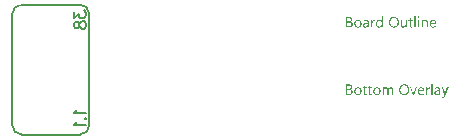
<source format=gbo>
G04*
G04 #@! TF.GenerationSoftware,Altium Limited,Altium Designer,21.9.2 (33)*
G04*
G04 Layer_Color=32896*
%FSAX25Y25*%
%MOIN*%
G70*
G04*
G04 #@! TF.SameCoordinates,076CCB32-9F76-40D1-A627-3FF0FC58CD4E*
G04*
G04*
G04 #@! TF.FilePolarity,Positive*
G04*
G01*
G75*
%ADD10C,0.00787*%
%ADD20C,0.00630*%
G36*
X0122595Y0017700D02*
X0122623Y0017694D01*
X0122651Y0017684D01*
X0122682Y0017669D01*
X0122713Y0017650D01*
X0122743Y0017626D01*
X0122747Y0017623D01*
X0122756Y0017613D01*
X0122768Y0017598D01*
X0122784Y0017576D01*
X0122796Y0017548D01*
X0122808Y0017517D01*
X0122818Y0017480D01*
X0122821Y0017440D01*
Y0017434D01*
Y0017422D01*
X0122818Y0017403D01*
X0122811Y0017375D01*
X0122802Y0017348D01*
X0122787Y0017317D01*
X0122768Y0017286D01*
X0122743Y0017255D01*
X0122740Y0017252D01*
X0122731Y0017243D01*
X0122713Y0017230D01*
X0122691Y0017218D01*
X0122663Y0017205D01*
X0122632Y0017193D01*
X0122598Y0017184D01*
X0122558Y0017181D01*
X0122540D01*
X0122521Y0017184D01*
X0122493Y0017190D01*
X0122465Y0017199D01*
X0122434Y0017212D01*
X0122404Y0017227D01*
X0122373Y0017252D01*
X0122370Y0017255D01*
X0122360Y0017264D01*
X0122348Y0017283D01*
X0122336Y0017304D01*
X0122323Y0017329D01*
X0122311Y0017363D01*
X0122302Y0017400D01*
X0122299Y0017440D01*
Y0017446D01*
Y0017459D01*
X0122302Y0017480D01*
X0122308Y0017505D01*
X0122317Y0017536D01*
X0122329Y0017567D01*
X0122348Y0017598D01*
X0122373Y0017626D01*
X0122376Y0017629D01*
X0122385Y0017638D01*
X0122404Y0017650D01*
X0122425Y0017666D01*
X0122453Y0017678D01*
X0122484Y0017691D01*
X0122518Y0017700D01*
X0122558Y0017703D01*
X0122577D01*
X0122595Y0017700D01*
D02*
G37*
G36*
X0110628Y0014035D02*
X0110226D01*
Y0014458D01*
X0110217D01*
X0110213Y0014452D01*
X0110204Y0014437D01*
X0110186Y0014415D01*
X0110164Y0014384D01*
X0110133Y0014347D01*
X0110099Y0014307D01*
X0110056Y0014264D01*
X0110003Y0014217D01*
X0109948Y0014171D01*
X0109883Y0014128D01*
X0109812Y0014088D01*
X0109735Y0014051D01*
X0109651Y0014020D01*
X0109558Y0013998D01*
X0109460Y0013983D01*
X0109354Y0013976D01*
X0109333D01*
X0109308Y0013980D01*
X0109277Y0013983D01*
X0109237Y0013986D01*
X0109191Y0013995D01*
X0109138Y0014004D01*
X0109083Y0014020D01*
X0109024Y0014035D01*
X0108962Y0014060D01*
X0108900Y0014085D01*
X0108835Y0014119D01*
X0108774Y0014156D01*
X0108712Y0014202D01*
X0108653Y0014254D01*
X0108598Y0014313D01*
X0108594Y0014316D01*
X0108585Y0014329D01*
X0108573Y0014347D01*
X0108554Y0014375D01*
X0108533Y0014409D01*
X0108508Y0014449D01*
X0108483Y0014499D01*
X0108458Y0014554D01*
X0108431Y0014616D01*
X0108406Y0014684D01*
X0108381Y0014761D01*
X0108360Y0014842D01*
X0108341Y0014928D01*
X0108329Y0015024D01*
X0108319Y0015123D01*
X0108316Y0015228D01*
Y0015231D01*
Y0015234D01*
Y0015243D01*
Y0015256D01*
X0108319Y0015286D01*
X0108323Y0015330D01*
X0108326Y0015385D01*
X0108332Y0015444D01*
X0108341Y0015512D01*
X0108356Y0015586D01*
X0108372Y0015664D01*
X0108394Y0015747D01*
X0108418Y0015827D01*
X0108449Y0015914D01*
X0108483Y0015994D01*
X0108526Y0016074D01*
X0108573Y0016152D01*
X0108628Y0016226D01*
X0108632Y0016229D01*
X0108644Y0016241D01*
X0108662Y0016260D01*
X0108687Y0016285D01*
X0108718Y0016312D01*
X0108755Y0016346D01*
X0108801Y0016380D01*
X0108851Y0016414D01*
X0108910Y0016448D01*
X0108971Y0016482D01*
X0109039Y0016516D01*
X0109114Y0016544D01*
X0109194Y0016569D01*
X0109280Y0016587D01*
X0109370Y0016600D01*
X0109466Y0016603D01*
X0109487D01*
X0109515Y0016600D01*
X0109549Y0016597D01*
X0109592Y0016590D01*
X0109642Y0016581D01*
X0109694Y0016569D01*
X0109753Y0016553D01*
X0109815Y0016532D01*
X0109877Y0016504D01*
X0109939Y0016470D01*
X0110000Y0016430D01*
X0110059Y0016384D01*
X0110118Y0016331D01*
X0110170Y0016266D01*
X0110217Y0016195D01*
X0110226D01*
Y0017749D01*
X0110628D01*
Y0014035D01*
D02*
G37*
G36*
X0124842Y0016600D02*
X0124869D01*
X0124903Y0016594D01*
X0124944Y0016587D01*
X0124987Y0016581D01*
X0125033Y0016569D01*
X0125083Y0016556D01*
X0125135Y0016538D01*
X0125188Y0016516D01*
X0125240Y0016489D01*
X0125290Y0016458D01*
X0125339Y0016424D01*
X0125385Y0016380D01*
X0125429Y0016334D01*
X0125432Y0016331D01*
X0125438Y0016322D01*
X0125450Y0016306D01*
X0125463Y0016285D01*
X0125478Y0016257D01*
X0125497Y0016223D01*
X0125518Y0016183D01*
X0125540Y0016139D01*
X0125558Y0016087D01*
X0125580Y0016031D01*
X0125599Y0015966D01*
X0125614Y0015898D01*
X0125627Y0015824D01*
X0125639Y0015744D01*
X0125645Y0015660D01*
X0125648Y0015568D01*
Y0014035D01*
X0125246D01*
Y0015466D01*
Y0015469D01*
Y0015475D01*
Y0015484D01*
Y0015500D01*
X0125243Y0015518D01*
Y0015540D01*
X0125237Y0015589D01*
X0125228Y0015651D01*
X0125215Y0015719D01*
X0125197Y0015790D01*
X0125172Y0015864D01*
X0125141Y0015938D01*
X0125104Y0016010D01*
X0125058Y0016078D01*
X0124999Y0016139D01*
X0124934Y0016189D01*
X0124897Y0016210D01*
X0124854Y0016229D01*
X0124811Y0016244D01*
X0124764Y0016254D01*
X0124715Y0016260D01*
X0124662Y0016263D01*
X0124635D01*
X0124613Y0016260D01*
X0124588Y0016257D01*
X0124557Y0016251D01*
X0124523Y0016244D01*
X0124489Y0016235D01*
X0124449Y0016223D01*
X0124409Y0016207D01*
X0124369Y0016189D01*
X0124326Y0016167D01*
X0124285Y0016139D01*
X0124242Y0016108D01*
X0124202Y0016074D01*
X0124165Y0016034D01*
X0124162Y0016031D01*
X0124156Y0016025D01*
X0124146Y0016013D01*
X0124134Y0015994D01*
X0124118Y0015972D01*
X0124103Y0015945D01*
X0124084Y0015914D01*
X0124066Y0015880D01*
X0124048Y0015840D01*
X0124029Y0015796D01*
X0124013Y0015750D01*
X0123998Y0015701D01*
X0123986Y0015645D01*
X0123976Y0015589D01*
X0123970Y0015528D01*
X0123967Y0015466D01*
Y0014035D01*
X0123565D01*
Y0016544D01*
X0123967D01*
Y0016127D01*
X0123976D01*
X0123979Y0016133D01*
X0123989Y0016149D01*
X0124007Y0016170D01*
X0124029Y0016201D01*
X0124060Y0016238D01*
X0124094Y0016278D01*
X0124137Y0016322D01*
X0124187Y0016365D01*
X0124242Y0016408D01*
X0124304Y0016452D01*
X0124372Y0016492D01*
X0124443Y0016529D01*
X0124523Y0016560D01*
X0124610Y0016581D01*
X0124703Y0016597D01*
X0124801Y0016603D01*
X0124820D01*
X0124842Y0016600D01*
D02*
G37*
G36*
X0107865Y0016584D02*
X0107899D01*
X0107936Y0016578D01*
X0107976Y0016572D01*
X0108017Y0016566D01*
X0108051Y0016553D01*
Y0016136D01*
X0108044Y0016139D01*
X0108032Y0016149D01*
X0108007Y0016161D01*
X0107973Y0016176D01*
X0107927Y0016192D01*
X0107878Y0016204D01*
X0107816Y0016214D01*
X0107745Y0016217D01*
X0107720D01*
X0107701Y0016214D01*
X0107680Y0016210D01*
X0107655Y0016204D01*
X0107596Y0016186D01*
X0107562Y0016173D01*
X0107528Y0016158D01*
X0107491Y0016136D01*
X0107454Y0016115D01*
X0107420Y0016087D01*
X0107383Y0016053D01*
X0107349Y0016016D01*
X0107315Y0015972D01*
X0107312Y0015969D01*
X0107309Y0015960D01*
X0107300Y0015948D01*
X0107287Y0015929D01*
X0107275Y0015904D01*
X0107260Y0015874D01*
X0107244Y0015840D01*
X0107229Y0015800D01*
X0107213Y0015756D01*
X0107198Y0015707D01*
X0107182Y0015651D01*
X0107170Y0015592D01*
X0107158Y0015528D01*
X0107148Y0015460D01*
X0107145Y0015389D01*
X0107142Y0015311D01*
Y0014035D01*
X0106740D01*
Y0016544D01*
X0107142D01*
Y0016025D01*
X0107151D01*
Y0016028D01*
X0107154Y0016037D01*
X0107161Y0016050D01*
X0107167Y0016068D01*
X0107176Y0016090D01*
X0107188Y0016118D01*
X0107216Y0016176D01*
X0107253Y0016244D01*
X0107300Y0016312D01*
X0107352Y0016377D01*
X0107414Y0016439D01*
X0107417Y0016442D01*
X0107423Y0016445D01*
X0107432Y0016452D01*
X0107445Y0016464D01*
X0107460Y0016473D01*
X0107482Y0016486D01*
X0107528Y0016513D01*
X0107587Y0016541D01*
X0107655Y0016566D01*
X0107729Y0016581D01*
X0107769Y0016584D01*
X0107809Y0016587D01*
X0107834D01*
X0107865Y0016584D01*
D02*
G37*
G36*
X0118628Y0014035D02*
X0118226D01*
Y0014431D01*
X0118217D01*
X0118214Y0014424D01*
X0118204Y0014412D01*
X0118189Y0014387D01*
X0118170Y0014359D01*
X0118142Y0014326D01*
X0118108Y0014288D01*
X0118071Y0014245D01*
X0118025Y0014205D01*
X0117976Y0014162D01*
X0117917Y0014122D01*
X0117855Y0014081D01*
X0117784Y0014048D01*
X0117707Y0014020D01*
X0117626Y0013995D01*
X0117537Y0013983D01*
X0117441Y0013976D01*
X0117419D01*
X0117404Y0013980D01*
X0117382D01*
X0117358Y0013983D01*
X0117330Y0013989D01*
X0117302Y0013992D01*
X0117234Y0014010D01*
X0117157Y0014032D01*
X0117076Y0014066D01*
X0117036Y0014088D01*
X0116993Y0014109D01*
X0116950Y0014137D01*
X0116910Y0014165D01*
X0116869Y0014199D01*
X0116829Y0014236D01*
X0116789Y0014279D01*
X0116752Y0014322D01*
X0116718Y0014372D01*
X0116684Y0014427D01*
X0116656Y0014486D01*
X0116628Y0014548D01*
X0116604Y0014616D01*
X0116582Y0014690D01*
X0116567Y0014771D01*
X0116554Y0014854D01*
X0116548Y0014947D01*
X0116545Y0015042D01*
Y0016544D01*
X0116944D01*
Y0015107D01*
Y0015104D01*
Y0015098D01*
Y0015089D01*
Y0015073D01*
X0116947Y0015055D01*
Y0015033D01*
X0116953Y0014984D01*
X0116962Y0014922D01*
X0116974Y0014857D01*
X0116996Y0014783D01*
X0117021Y0014712D01*
X0117052Y0014638D01*
X0117092Y0014563D01*
X0117141Y0014499D01*
X0117200Y0014437D01*
X0117271Y0014387D01*
X0117308Y0014366D01*
X0117351Y0014347D01*
X0117398Y0014332D01*
X0117444Y0014322D01*
X0117497Y0014316D01*
X0117552Y0014313D01*
X0117580D01*
X0117602Y0014316D01*
X0117626Y0014319D01*
X0117654Y0014326D01*
X0117688Y0014332D01*
X0117722Y0014341D01*
X0117759Y0014350D01*
X0117799Y0014366D01*
X0117840Y0014384D01*
X0117880Y0014406D01*
X0117920Y0014431D01*
X0117960Y0014458D01*
X0117997Y0014492D01*
X0118034Y0014529D01*
X0118037Y0014533D01*
X0118044Y0014539D01*
X0118053Y0014551D01*
X0118065Y0014570D01*
X0118078Y0014591D01*
X0118096Y0014616D01*
X0118112Y0014647D01*
X0118130Y0014681D01*
X0118149Y0014721D01*
X0118164Y0014764D01*
X0118183Y0014811D01*
X0118195Y0014860D01*
X0118207Y0014916D01*
X0118217Y0014971D01*
X0118223Y0015033D01*
X0118226Y0015098D01*
Y0016544D01*
X0118628D01*
Y0014035D01*
D02*
G37*
G36*
X0122753D02*
X0122351D01*
Y0016544D01*
X0122753D01*
Y0014035D01*
D02*
G37*
G36*
X0121538D02*
X0121137D01*
Y0017749D01*
X0121538D01*
Y0014035D01*
D02*
G37*
G36*
X0105137Y0016600D02*
X0105158D01*
X0105180Y0016597D01*
X0105208Y0016594D01*
X0105239Y0016587D01*
X0105304Y0016575D01*
X0105381Y0016553D01*
X0105458Y0016526D01*
X0105542Y0016486D01*
X0105625Y0016436D01*
X0105665Y0016408D01*
X0105705Y0016374D01*
X0105742Y0016337D01*
X0105779Y0016300D01*
X0105813Y0016257D01*
X0105844Y0016207D01*
X0105875Y0016158D01*
X0105903Y0016102D01*
X0105925Y0016040D01*
X0105946Y0015976D01*
X0105962Y0015908D01*
X0105974Y0015830D01*
X0105980Y0015753D01*
X0105983Y0015667D01*
Y0014035D01*
X0105582D01*
Y0014424D01*
X0105572D01*
X0105569Y0014418D01*
X0105560Y0014406D01*
X0105545Y0014384D01*
X0105523Y0014353D01*
X0105495Y0014319D01*
X0105461Y0014282D01*
X0105424Y0014242D01*
X0105378Y0014202D01*
X0105325Y0014159D01*
X0105270Y0014119D01*
X0105205Y0014081D01*
X0105137Y0014048D01*
X0105059Y0014017D01*
X0104979Y0013995D01*
X0104893Y0013983D01*
X0104800Y0013976D01*
X0104763D01*
X0104738Y0013980D01*
X0104707Y0013983D01*
X0104670Y0013986D01*
X0104630Y0013992D01*
X0104587Y0014001D01*
X0104491Y0014026D01*
X0104445Y0014041D01*
X0104395Y0014060D01*
X0104346Y0014081D01*
X0104299Y0014109D01*
X0104256Y0014140D01*
X0104213Y0014174D01*
X0104210Y0014177D01*
X0104203Y0014183D01*
X0104194Y0014196D01*
X0104179Y0014211D01*
X0104163Y0014230D01*
X0104148Y0014254D01*
X0104126Y0014282D01*
X0104108Y0014313D01*
X0104089Y0014350D01*
X0104071Y0014390D01*
X0104052Y0014434D01*
X0104037Y0014480D01*
X0104021Y0014529D01*
X0104012Y0014582D01*
X0104006Y0014641D01*
X0104003Y0014699D01*
Y0014703D01*
Y0014709D01*
Y0014718D01*
X0104006Y0014730D01*
Y0014746D01*
X0104009Y0014764D01*
X0104015Y0014811D01*
X0104027Y0014866D01*
X0104046Y0014928D01*
X0104071Y0014996D01*
X0104108Y0015067D01*
X0104151Y0015138D01*
X0104203Y0015209D01*
X0104237Y0015243D01*
X0104271Y0015277D01*
X0104312Y0015311D01*
X0104352Y0015342D01*
X0104398Y0015373D01*
X0104448Y0015401D01*
X0104500Y0015426D01*
X0104559Y0015450D01*
X0104621Y0015472D01*
X0104685Y0015491D01*
X0104757Y0015506D01*
X0104831Y0015518D01*
X0105582Y0015623D01*
Y0015626D01*
Y0015630D01*
Y0015639D01*
Y0015651D01*
X0105578Y0015682D01*
X0105572Y0015722D01*
X0105566Y0015772D01*
X0105554Y0015827D01*
X0105538Y0015883D01*
X0105517Y0015945D01*
X0105489Y0016003D01*
X0105455Y0016062D01*
X0105415Y0016115D01*
X0105365Y0016164D01*
X0105304Y0016204D01*
X0105236Y0016235D01*
X0105199Y0016248D01*
X0105155Y0016257D01*
X0105112Y0016260D01*
X0105066Y0016263D01*
X0105044D01*
X0105022Y0016260D01*
X0104988Y0016257D01*
X0104948Y0016254D01*
X0104902Y0016248D01*
X0104849Y0016238D01*
X0104794Y0016226D01*
X0104732Y0016207D01*
X0104667Y0016189D01*
X0104599Y0016164D01*
X0104528Y0016133D01*
X0104457Y0016096D01*
X0104386Y0016056D01*
X0104315Y0016010D01*
X0104247Y0015954D01*
Y0016365D01*
X0104250Y0016368D01*
X0104262Y0016374D01*
X0104284Y0016387D01*
X0104312Y0016402D01*
X0104349Y0016421D01*
X0104389Y0016439D01*
X0104438Y0016461D01*
X0104494Y0016486D01*
X0104553Y0016507D01*
X0104618Y0016529D01*
X0104689Y0016547D01*
X0104763Y0016566D01*
X0104843Y0016581D01*
X0104923Y0016594D01*
X0105010Y0016600D01*
X0105100Y0016603D01*
X0105121D01*
X0105137Y0016600D01*
D02*
G37*
G36*
X0099501Y0017545D02*
X0099538Y0017542D01*
X0099581Y0017536D01*
X0099630Y0017530D01*
X0099686Y0017521D01*
X0099742Y0017508D01*
X0099800Y0017493D01*
X0099862Y0017474D01*
X0099921Y0017453D01*
X0099983Y0017428D01*
X0100038Y0017397D01*
X0100094Y0017363D01*
X0100146Y0017323D01*
X0100149Y0017320D01*
X0100159Y0017314D01*
X0100171Y0017301D01*
X0100187Y0017283D01*
X0100208Y0017261D01*
X0100230Y0017233D01*
X0100254Y0017202D01*
X0100279Y0017168D01*
X0100304Y0017128D01*
X0100329Y0017085D01*
X0100350Y0017036D01*
X0100372Y0016986D01*
X0100387Y0016930D01*
X0100400Y0016872D01*
X0100409Y0016810D01*
X0100412Y0016745D01*
Y0016742D01*
Y0016733D01*
Y0016717D01*
X0100409Y0016696D01*
X0100406Y0016668D01*
X0100403Y0016640D01*
X0100400Y0016606D01*
X0100393Y0016569D01*
X0100372Y0016486D01*
X0100344Y0016399D01*
X0100326Y0016353D01*
X0100304Y0016309D01*
X0100279Y0016266D01*
X0100251Y0016223D01*
X0100248Y0016220D01*
X0100245Y0016214D01*
X0100236Y0016201D01*
X0100221Y0016186D01*
X0100205Y0016170D01*
X0100187Y0016149D01*
X0100162Y0016127D01*
X0100137Y0016102D01*
X0100106Y0016078D01*
X0100072Y0016050D01*
X0100035Y0016025D01*
X0099995Y0015997D01*
X0099952Y0015972D01*
X0099908Y0015951D01*
X0099806Y0015911D01*
Y0015901D01*
X0099809D01*
X0099822Y0015898D01*
X0099840Y0015895D01*
X0099865Y0015892D01*
X0099896Y0015886D01*
X0099930Y0015877D01*
X0099970Y0015864D01*
X0100010Y0015852D01*
X0100100Y0015818D01*
X0100149Y0015796D01*
X0100196Y0015769D01*
X0100242Y0015741D01*
X0100288Y0015710D01*
X0100335Y0015673D01*
X0100375Y0015633D01*
X0100378Y0015630D01*
X0100384Y0015623D01*
X0100393Y0015611D01*
X0100409Y0015592D01*
X0100424Y0015568D01*
X0100443Y0015543D01*
X0100461Y0015509D01*
X0100483Y0015475D01*
X0100502Y0015435D01*
X0100520Y0015389D01*
X0100539Y0015342D01*
X0100554Y0015290D01*
X0100570Y0015231D01*
X0100579Y0015172D01*
X0100585Y0015110D01*
X0100588Y0015042D01*
Y0015036D01*
Y0015024D01*
X0100585Y0014999D01*
X0100582Y0014968D01*
X0100579Y0014928D01*
X0100570Y0014885D01*
X0100560Y0014835D01*
X0100548Y0014783D01*
X0100530Y0014724D01*
X0100508Y0014665D01*
X0100483Y0014607D01*
X0100452Y0014545D01*
X0100415Y0014483D01*
X0100372Y0014424D01*
X0100322Y0014369D01*
X0100264Y0014313D01*
X0100261Y0014310D01*
X0100248Y0014301D01*
X0100230Y0014288D01*
X0100205Y0014270D01*
X0100174Y0014248D01*
X0100134Y0014227D01*
X0100091Y0014199D01*
X0100041Y0014174D01*
X0099983Y0014149D01*
X0099921Y0014125D01*
X0099856Y0014100D01*
X0099782Y0014078D01*
X0099704Y0014060D01*
X0099624Y0014048D01*
X0099538Y0014038D01*
X0099448Y0014035D01*
X0098425D01*
Y0017548D01*
X0099467D01*
X0099501Y0017545D01*
D02*
G37*
G36*
X0119969Y0016544D02*
X0120602D01*
Y0016198D01*
X0119969D01*
Y0014786D01*
Y0014783D01*
Y0014774D01*
Y0014761D01*
Y0014746D01*
X0119972Y0014724D01*
X0119975Y0014699D01*
X0119981Y0014647D01*
X0119990Y0014585D01*
X0120006Y0014526D01*
X0120027Y0014471D01*
X0120040Y0014446D01*
X0120055Y0014424D01*
X0120058Y0014421D01*
X0120071Y0014409D01*
X0120092Y0014390D01*
X0120123Y0014372D01*
X0120163Y0014350D01*
X0120213Y0014335D01*
X0120272Y0014322D01*
X0120340Y0014316D01*
X0120364D01*
X0120392Y0014319D01*
X0120429Y0014326D01*
X0120469Y0014338D01*
X0120516Y0014350D01*
X0120559Y0014372D01*
X0120602Y0014400D01*
Y0014057D01*
X0120599D01*
X0120596Y0014054D01*
X0120587Y0014051D01*
X0120577Y0014044D01*
X0120543Y0014032D01*
X0120503Y0014020D01*
X0120448Y0014007D01*
X0120383Y0013995D01*
X0120309Y0013986D01*
X0120225Y0013983D01*
X0120197D01*
X0120163Y0013989D01*
X0120123Y0013995D01*
X0120074Y0014004D01*
X0120018Y0014023D01*
X0119956Y0014044D01*
X0119898Y0014075D01*
X0119836Y0014112D01*
X0119774Y0014162D01*
X0119718Y0014220D01*
X0119694Y0014254D01*
X0119669Y0014292D01*
X0119647Y0014332D01*
X0119629Y0014375D01*
X0119610Y0014421D01*
X0119595Y0014474D01*
X0119582Y0014526D01*
X0119573Y0014585D01*
X0119570Y0014647D01*
X0119567Y0014715D01*
Y0016198D01*
X0119138D01*
Y0016544D01*
X0119567D01*
Y0017156D01*
X0119969Y0017286D01*
Y0016544D01*
D02*
G37*
G36*
X0127437Y0016600D02*
X0127471Y0016597D01*
X0127515Y0016594D01*
X0127561Y0016587D01*
X0127613Y0016575D01*
X0127669Y0016563D01*
X0127731Y0016547D01*
X0127793Y0016526D01*
X0127854Y0016498D01*
X0127919Y0016467D01*
X0127981Y0016430D01*
X0128040Y0016387D01*
X0128098Y0016337D01*
X0128151Y0016282D01*
X0128154Y0016278D01*
X0128163Y0016266D01*
X0128176Y0016248D01*
X0128194Y0016223D01*
X0128213Y0016192D01*
X0128237Y0016152D01*
X0128262Y0016105D01*
X0128287Y0016053D01*
X0128312Y0015991D01*
X0128336Y0015926D01*
X0128361Y0015852D01*
X0128380Y0015775D01*
X0128398Y0015688D01*
X0128410Y0015599D01*
X0128420Y0015500D01*
X0128423Y0015398D01*
Y0015188D01*
X0126649D01*
Y0015181D01*
Y0015169D01*
X0126652Y0015147D01*
X0126655Y0015120D01*
X0126658Y0015083D01*
X0126665Y0015042D01*
X0126671Y0014999D01*
X0126683Y0014950D01*
X0126711Y0014845D01*
X0126730Y0014792D01*
X0126751Y0014737D01*
X0126776Y0014684D01*
X0126804Y0014631D01*
X0126838Y0014585D01*
X0126875Y0014539D01*
X0126878Y0014536D01*
X0126884Y0014529D01*
X0126897Y0014517D01*
X0126915Y0014505D01*
X0126937Y0014486D01*
X0126964Y0014468D01*
X0126995Y0014446D01*
X0127029Y0014427D01*
X0127069Y0014406D01*
X0127116Y0014384D01*
X0127162Y0014366D01*
X0127218Y0014347D01*
X0127273Y0014335D01*
X0127335Y0014322D01*
X0127400Y0014316D01*
X0127468Y0014313D01*
X0127487D01*
X0127508Y0014316D01*
X0127539D01*
X0127576Y0014322D01*
X0127620Y0014329D01*
X0127669Y0014338D01*
X0127725Y0014347D01*
X0127783Y0014363D01*
X0127845Y0014381D01*
X0127910Y0014403D01*
X0127975Y0014431D01*
X0128043Y0014461D01*
X0128111Y0014499D01*
X0128179Y0014542D01*
X0128247Y0014591D01*
Y0014214D01*
X0128244Y0014211D01*
X0128231Y0014205D01*
X0128213Y0014193D01*
X0128188Y0014177D01*
X0128154Y0014159D01*
X0128114Y0014140D01*
X0128068Y0014119D01*
X0128015Y0014097D01*
X0127953Y0014072D01*
X0127888Y0014051D01*
X0127817Y0014032D01*
X0127740Y0014014D01*
X0127657Y0013998D01*
X0127567Y0013986D01*
X0127471Y0013980D01*
X0127372Y0013976D01*
X0127348D01*
X0127323Y0013980D01*
X0127286Y0013983D01*
X0127239Y0013986D01*
X0127187Y0013995D01*
X0127131Y0014004D01*
X0127069Y0014020D01*
X0127005Y0014038D01*
X0126937Y0014060D01*
X0126866Y0014088D01*
X0126798Y0014119D01*
X0126726Y0014159D01*
X0126662Y0014205D01*
X0126597Y0014258D01*
X0126538Y0014316D01*
X0126535Y0014319D01*
X0126526Y0014332D01*
X0126510Y0014353D01*
X0126492Y0014381D01*
X0126467Y0014415D01*
X0126442Y0014458D01*
X0126414Y0014508D01*
X0126387Y0014567D01*
X0126359Y0014628D01*
X0126331Y0014703D01*
X0126306Y0014780D01*
X0126281Y0014866D01*
X0126263Y0014959D01*
X0126248Y0015058D01*
X0126238Y0015166D01*
X0126235Y0015277D01*
Y0015280D01*
Y0015283D01*
Y0015293D01*
Y0015302D01*
X0126238Y0015333D01*
X0126241Y0015376D01*
X0126244Y0015426D01*
X0126254Y0015481D01*
X0126263Y0015546D01*
X0126275Y0015617D01*
X0126294Y0015691D01*
X0126315Y0015769D01*
X0126343Y0015849D01*
X0126374Y0015929D01*
X0126411Y0016006D01*
X0126458Y0016087D01*
X0126507Y0016161D01*
X0126566Y0016232D01*
X0126569Y0016235D01*
X0126581Y0016248D01*
X0126600Y0016266D01*
X0126625Y0016291D01*
X0126658Y0016319D01*
X0126699Y0016350D01*
X0126742Y0016384D01*
X0126795Y0016418D01*
X0126850Y0016452D01*
X0126915Y0016486D01*
X0126983Y0016516D01*
X0127054Y0016544D01*
X0127131Y0016569D01*
X0127215Y0016587D01*
X0127301Y0016600D01*
X0127391Y0016603D01*
X0127412D01*
X0127437Y0016600D01*
D02*
G37*
G36*
X0114394Y0017604D02*
X0114416D01*
X0114438Y0017601D01*
X0114465D01*
X0114527Y0017592D01*
X0114598Y0017582D01*
X0114679Y0017567D01*
X0114765Y0017545D01*
X0114855Y0017521D01*
X0114951Y0017487D01*
X0115046Y0017446D01*
X0115145Y0017400D01*
X0115244Y0017345D01*
X0115337Y0017280D01*
X0115429Y0017202D01*
X0115516Y0017116D01*
X0115522Y0017110D01*
X0115534Y0017094D01*
X0115556Y0017066D01*
X0115587Y0017026D01*
X0115618Y0016977D01*
X0115658Y0016918D01*
X0115698Y0016850D01*
X0115738Y0016773D01*
X0115779Y0016683D01*
X0115819Y0016587D01*
X0115859Y0016482D01*
X0115893Y0016368D01*
X0115921Y0016244D01*
X0115942Y0016115D01*
X0115955Y0015979D01*
X0115961Y0015834D01*
Y0015830D01*
Y0015824D01*
Y0015812D01*
Y0015796D01*
X0115958Y0015775D01*
Y0015750D01*
X0115955Y0015722D01*
Y0015691D01*
X0115952Y0015657D01*
X0115949Y0015620D01*
X0115936Y0015537D01*
X0115924Y0015441D01*
X0115905Y0015342D01*
X0115881Y0015234D01*
X0115850Y0015123D01*
X0115813Y0015011D01*
X0115769Y0014897D01*
X0115717Y0014786D01*
X0115655Y0014675D01*
X0115584Y0014573D01*
X0115504Y0014474D01*
X0115497Y0014468D01*
X0115482Y0014452D01*
X0115457Y0014427D01*
X0115420Y0014397D01*
X0115374Y0014359D01*
X0115318Y0014316D01*
X0115256Y0014273D01*
X0115182Y0014227D01*
X0115099Y0014180D01*
X0115006Y0014134D01*
X0114907Y0014091D01*
X0114799Y0014054D01*
X0114682Y0014023D01*
X0114558Y0013998D01*
X0114425Y0013983D01*
X0114286Y0013976D01*
X0114252D01*
X0114237Y0013980D01*
X0114215D01*
X0114190Y0013983D01*
X0114163Y0013986D01*
X0114098Y0013992D01*
X0114027Y0014001D01*
X0113943Y0014017D01*
X0113857Y0014038D01*
X0113761Y0014063D01*
X0113665Y0014097D01*
X0113566Y0014137D01*
X0113464Y0014183D01*
X0113365Y0014239D01*
X0113270Y0014307D01*
X0113174Y0014381D01*
X0113087Y0014468D01*
X0113081Y0014474D01*
X0113069Y0014489D01*
X0113047Y0014517D01*
X0113016Y0014557D01*
X0112982Y0014607D01*
X0112945Y0014665D01*
X0112905Y0014733D01*
X0112865Y0014814D01*
X0112821Y0014900D01*
X0112781Y0014996D01*
X0112744Y0015101D01*
X0112710Y0015215D01*
X0112679Y0015339D01*
X0112658Y0015469D01*
X0112645Y0015605D01*
X0112639Y0015750D01*
Y0015753D01*
Y0015759D01*
Y0015772D01*
Y0015787D01*
X0112642Y0015809D01*
Y0015830D01*
X0112645Y0015858D01*
Y0015889D01*
X0112648Y0015923D01*
X0112655Y0015963D01*
X0112664Y0016044D01*
X0112676Y0016136D01*
X0112698Y0016235D01*
X0112720Y0016343D01*
X0112750Y0016452D01*
X0112787Y0016563D01*
X0112831Y0016677D01*
X0112883Y0016788D01*
X0112945Y0016896D01*
X0113016Y0017002D01*
X0113096Y0017100D01*
X0113103Y0017107D01*
X0113118Y0017122D01*
X0113143Y0017147D01*
X0113180Y0017181D01*
X0113226Y0017218D01*
X0113285Y0017261D01*
X0113350Y0017307D01*
X0113424Y0017354D01*
X0113511Y0017400D01*
X0113603Y0017446D01*
X0113705Y0017490D01*
X0113816Y0017527D01*
X0113937Y0017561D01*
X0114064Y0017585D01*
X0114200Y0017601D01*
X0114345Y0017607D01*
X0114376D01*
X0114394Y0017604D01*
D02*
G37*
G36*
X0102408Y0016600D02*
X0102448Y0016597D01*
X0102495Y0016594D01*
X0102550Y0016584D01*
X0102609Y0016575D01*
X0102674Y0016560D01*
X0102745Y0016541D01*
X0102816Y0016520D01*
X0102887Y0016492D01*
X0102961Y0016458D01*
X0103032Y0016418D01*
X0103103Y0016371D01*
X0103168Y0016319D01*
X0103230Y0016257D01*
X0103233Y0016254D01*
X0103243Y0016241D01*
X0103258Y0016220D01*
X0103280Y0016192D01*
X0103304Y0016158D01*
X0103329Y0016115D01*
X0103360Y0016065D01*
X0103388Y0016006D01*
X0103419Y0015942D01*
X0103446Y0015871D01*
X0103471Y0015793D01*
X0103496Y0015707D01*
X0103517Y0015614D01*
X0103533Y0015515D01*
X0103542Y0015410D01*
X0103545Y0015299D01*
Y0015296D01*
Y0015293D01*
Y0015283D01*
Y0015271D01*
X0103542Y0015240D01*
X0103539Y0015200D01*
X0103536Y0015147D01*
X0103527Y0015089D01*
X0103517Y0015024D01*
X0103502Y0014953D01*
X0103483Y0014879D01*
X0103462Y0014798D01*
X0103434Y0014718D01*
X0103403Y0014638D01*
X0103363Y0014557D01*
X0103317Y0014480D01*
X0103264Y0014406D01*
X0103205Y0014335D01*
X0103202Y0014332D01*
X0103190Y0014319D01*
X0103171Y0014301D01*
X0103144Y0014279D01*
X0103110Y0014251D01*
X0103069Y0014220D01*
X0103020Y0014190D01*
X0102964Y0014156D01*
X0102903Y0014122D01*
X0102835Y0014091D01*
X0102761Y0014060D01*
X0102680Y0014032D01*
X0102591Y0014010D01*
X0102498Y0013992D01*
X0102402Y0013980D01*
X0102297Y0013976D01*
X0102272D01*
X0102244Y0013980D01*
X0102204Y0013983D01*
X0102158Y0013986D01*
X0102102Y0013995D01*
X0102044Y0014004D01*
X0101979Y0014020D01*
X0101908Y0014038D01*
X0101837Y0014063D01*
X0101762Y0014091D01*
X0101688Y0014125D01*
X0101614Y0014165D01*
X0101540Y0014211D01*
X0101472Y0014264D01*
X0101407Y0014326D01*
X0101404Y0014329D01*
X0101392Y0014341D01*
X0101376Y0014363D01*
X0101355Y0014390D01*
X0101330Y0014424D01*
X0101302Y0014468D01*
X0101274Y0014517D01*
X0101243Y0014576D01*
X0101212Y0014638D01*
X0101181Y0014709D01*
X0101154Y0014786D01*
X0101129Y0014869D01*
X0101107Y0014956D01*
X0101092Y0015052D01*
X0101079Y0015154D01*
X0101076Y0015259D01*
Y0015262D01*
Y0015265D01*
Y0015274D01*
Y0015286D01*
X0101079Y0015321D01*
X0101083Y0015364D01*
X0101086Y0015416D01*
X0101095Y0015478D01*
X0101104Y0015546D01*
X0101120Y0015620D01*
X0101138Y0015698D01*
X0101160Y0015778D01*
X0101188Y0015861D01*
X0101222Y0015945D01*
X0101262Y0016025D01*
X0101305Y0016102D01*
X0101358Y0016176D01*
X0101419Y0016248D01*
X0101423Y0016251D01*
X0101435Y0016263D01*
X0101456Y0016282D01*
X0101484Y0016303D01*
X0101518Y0016331D01*
X0101561Y0016359D01*
X0101611Y0016393D01*
X0101667Y0016427D01*
X0101728Y0016458D01*
X0101799Y0016492D01*
X0101877Y0016520D01*
X0101960Y0016547D01*
X0102050Y0016569D01*
X0102146Y0016587D01*
X0102248Y0016600D01*
X0102356Y0016603D01*
X0102380D01*
X0102408Y0016600D01*
D02*
G37*
G36*
X0113301Y-0005901D02*
X0113319D01*
X0113341Y-0005904D01*
X0113393Y-0005913D01*
X0113455Y-0005928D01*
X0113526Y-0005950D01*
X0113600Y-0005984D01*
X0113677Y-0006024D01*
X0113718Y-0006052D01*
X0113755Y-0006080D01*
X0113792Y-0006111D01*
X0113829Y-0006148D01*
X0113866Y-0006188D01*
X0113900Y-0006231D01*
X0113931Y-0006278D01*
X0113962Y-0006330D01*
X0113989Y-0006386D01*
X0114014Y-0006447D01*
X0114036Y-0006512D01*
X0114058Y-0006583D01*
X0114070Y-0006658D01*
X0114082Y-0006741D01*
X0114088Y-0006828D01*
X0114092Y-0006920D01*
Y-0008465D01*
X0113690D01*
Y-0007025D01*
Y-0007019D01*
Y-0007007D01*
Y-0006985D01*
X0113687Y-0006957D01*
Y-0006923D01*
X0113684Y-0006883D01*
X0113681Y-0006840D01*
X0113674Y-0006794D01*
X0113659Y-0006695D01*
X0113634Y-0006596D01*
X0113622Y-0006546D01*
X0113603Y-0006503D01*
X0113582Y-0006460D01*
X0113560Y-0006423D01*
Y-0006420D01*
X0113554Y-0006414D01*
X0113548Y-0006404D01*
X0113535Y-0006395D01*
X0113523Y-0006380D01*
X0113504Y-0006364D01*
X0113483Y-0006349D01*
X0113458Y-0006330D01*
X0113430Y-0006312D01*
X0113399Y-0006296D01*
X0113362Y-0006281D01*
X0113325Y-0006265D01*
X0113282Y-0006256D01*
X0113233Y-0006247D01*
X0113183Y-0006241D01*
X0113127Y-0006237D01*
X0113103D01*
X0113084Y-0006241D01*
X0113063Y-0006244D01*
X0113038Y-0006250D01*
X0112976Y-0006265D01*
X0112942Y-0006278D01*
X0112908Y-0006296D01*
X0112871Y-0006315D01*
X0112837Y-0006336D01*
X0112800Y-0006364D01*
X0112763Y-0006395D01*
X0112726Y-0006432D01*
X0112692Y-0006472D01*
X0112689Y-0006475D01*
X0112686Y-0006481D01*
X0112676Y-0006497D01*
X0112664Y-0006512D01*
X0112652Y-0006537D01*
X0112636Y-0006565D01*
X0112618Y-0006596D01*
X0112602Y-0006630D01*
X0112587Y-0006670D01*
X0112568Y-0006713D01*
X0112553Y-0006760D01*
X0112540Y-0006809D01*
X0112528Y-0006862D01*
X0112522Y-0006917D01*
X0112516Y-0006973D01*
X0112513Y-0007035D01*
Y-0008465D01*
X0112111D01*
Y-0006976D01*
Y-0006973D01*
Y-0006967D01*
Y-0006957D01*
Y-0006945D01*
X0112108Y-0006927D01*
Y-0006908D01*
X0112101Y-0006862D01*
X0112092Y-0006806D01*
X0112080Y-0006741D01*
X0112065Y-0006676D01*
X0112040Y-0006605D01*
X0112009Y-0006537D01*
X0111972Y-0006472D01*
X0111925Y-0006407D01*
X0111870Y-0006352D01*
X0111805Y-0006305D01*
X0111768Y-0006287D01*
X0111728Y-0006268D01*
X0111684Y-0006256D01*
X0111641Y-0006247D01*
X0111592Y-0006241D01*
X0111539Y-0006237D01*
X0111514D01*
X0111496Y-0006241D01*
X0111471Y-0006244D01*
X0111446Y-0006250D01*
X0111385Y-0006265D01*
X0111351Y-0006278D01*
X0111317Y-0006293D01*
X0111280Y-0006308D01*
X0111242Y-0006330D01*
X0111205Y-0006358D01*
X0111168Y-0006386D01*
X0111134Y-0006420D01*
X0111100Y-0006460D01*
X0111097Y-0006463D01*
X0111094Y-0006469D01*
X0111085Y-0006481D01*
X0111073Y-0006500D01*
X0111060Y-0006522D01*
X0111048Y-0006546D01*
X0111032Y-0006577D01*
X0111017Y-0006614D01*
X0110998Y-0006655D01*
X0110983Y-0006698D01*
X0110971Y-0006744D01*
X0110958Y-0006794D01*
X0110946Y-0006849D01*
X0110937Y-0006908D01*
X0110933Y-0006970D01*
X0110930Y-0007035D01*
Y-0008465D01*
X0110529D01*
Y-0005956D01*
X0110930D01*
Y-0006355D01*
X0110940D01*
X0110943Y-0006349D01*
X0110952Y-0006336D01*
X0110968Y-0006312D01*
X0110989Y-0006284D01*
X0111017Y-0006250D01*
X0111051Y-0006210D01*
X0111091Y-0006169D01*
X0111137Y-0006126D01*
X0111190Y-0006083D01*
X0111249Y-0006043D01*
X0111314Y-0006003D01*
X0111382Y-0005969D01*
X0111459Y-0005941D01*
X0111542Y-0005916D01*
X0111629Y-0005904D01*
X0111722Y-0005897D01*
X0111746D01*
X0111765Y-0005901D01*
X0111786D01*
X0111814Y-0005904D01*
X0111842Y-0005910D01*
X0111873Y-0005916D01*
X0111944Y-0005931D01*
X0112018Y-0005959D01*
X0112092Y-0005993D01*
X0112129Y-0006018D01*
X0112166Y-0006043D01*
X0112170Y-0006046D01*
X0112176Y-0006049D01*
X0112185Y-0006058D01*
X0112197Y-0006067D01*
X0112231Y-0006101D01*
X0112271Y-0006142D01*
X0112315Y-0006197D01*
X0112358Y-0006262D01*
X0112398Y-0006336D01*
X0112429Y-0006420D01*
X0112432Y-0006414D01*
X0112441Y-0006398D01*
X0112460Y-0006370D01*
X0112482Y-0006339D01*
X0112513Y-0006299D01*
X0112547Y-0006253D01*
X0112590Y-0006207D01*
X0112639Y-0006157D01*
X0112695Y-0006111D01*
X0112757Y-0006061D01*
X0112825Y-0006018D01*
X0112899Y-0005978D01*
X0112982Y-0005947D01*
X0113069Y-0005919D01*
X0113164Y-0005904D01*
X0113263Y-0005897D01*
X0113285D01*
X0113301Y-0005901D01*
D02*
G37*
G36*
X0126161Y-0005916D02*
X0126195D01*
X0126232Y-0005922D01*
X0126272Y-0005928D01*
X0126312Y-0005935D01*
X0126346Y-0005947D01*
Y-0006364D01*
X0126340Y-0006361D01*
X0126328Y-0006352D01*
X0126303Y-0006339D01*
X0126269Y-0006324D01*
X0126223Y-0006308D01*
X0126173Y-0006296D01*
X0126112Y-0006287D01*
X0126040Y-0006284D01*
X0126016D01*
X0125997Y-0006287D01*
X0125976Y-0006290D01*
X0125951Y-0006296D01*
X0125892Y-0006315D01*
X0125858Y-0006327D01*
X0125824Y-0006342D01*
X0125787Y-0006364D01*
X0125750Y-0006386D01*
X0125716Y-0006414D01*
X0125679Y-0006447D01*
X0125645Y-0006485D01*
X0125611Y-0006528D01*
X0125608Y-0006531D01*
X0125605Y-0006540D01*
X0125596Y-0006553D01*
X0125583Y-0006571D01*
X0125571Y-0006596D01*
X0125555Y-0006627D01*
X0125540Y-0006661D01*
X0125524Y-0006701D01*
X0125509Y-0006744D01*
X0125494Y-0006794D01*
X0125478Y-0006849D01*
X0125466Y-0006908D01*
X0125453Y-0006973D01*
X0125444Y-0007041D01*
X0125441Y-0007112D01*
X0125438Y-0007189D01*
Y-0008465D01*
X0125036D01*
Y-0005956D01*
X0125438D01*
Y-0006475D01*
X0125447D01*
Y-0006472D01*
X0125450Y-0006463D01*
X0125457Y-0006451D01*
X0125463Y-0006432D01*
X0125472Y-0006410D01*
X0125484Y-0006383D01*
X0125512Y-0006324D01*
X0125549Y-0006256D01*
X0125596Y-0006188D01*
X0125648Y-0006123D01*
X0125710Y-0006061D01*
X0125713Y-0006058D01*
X0125719Y-0006055D01*
X0125728Y-0006049D01*
X0125741Y-0006036D01*
X0125756Y-0006027D01*
X0125778Y-0006015D01*
X0125824Y-0005987D01*
X0125883Y-0005959D01*
X0125951Y-0005935D01*
X0126025Y-0005919D01*
X0126065Y-0005916D01*
X0126105Y-0005913D01*
X0126130D01*
X0126161Y-0005916D01*
D02*
G37*
G36*
X0131392Y-0008867D02*
Y-0008870D01*
X0131389Y-0008876D01*
X0131383Y-0008885D01*
X0131377Y-0008901D01*
X0131371Y-0008919D01*
X0131361Y-0008938D01*
X0131337Y-0008987D01*
X0131303Y-0009046D01*
X0131266Y-0009114D01*
X0131219Y-0009182D01*
X0131167Y-0009256D01*
X0131108Y-0009327D01*
X0131043Y-0009398D01*
X0130972Y-0009466D01*
X0130895Y-0009525D01*
X0130812Y-0009575D01*
X0130768Y-0009593D01*
X0130722Y-0009612D01*
X0130675Y-0009627D01*
X0130626Y-0009636D01*
X0130577Y-0009643D01*
X0130524Y-0009646D01*
X0130499D01*
X0130468Y-0009643D01*
X0130431D01*
X0130391Y-0009636D01*
X0130348Y-0009630D01*
X0130302Y-0009624D01*
X0130262Y-0009612D01*
Y-0009253D01*
X0130268Y-0009256D01*
X0130283Y-0009259D01*
X0130308Y-0009266D01*
X0130339Y-0009275D01*
X0130376Y-0009284D01*
X0130416Y-0009290D01*
X0130459Y-0009293D01*
X0130499Y-0009296D01*
X0130512D01*
X0130527Y-0009293D01*
X0130549Y-0009290D01*
X0130574Y-0009284D01*
X0130604Y-0009278D01*
X0130635Y-0009266D01*
X0130672Y-0009250D01*
X0130706Y-0009232D01*
X0130747Y-0009207D01*
X0130784Y-0009179D01*
X0130821Y-0009145D01*
X0130858Y-0009102D01*
X0130895Y-0009055D01*
X0130926Y-0009000D01*
X0130957Y-0008935D01*
X0131158Y-0008462D01*
X0130178Y-0005956D01*
X0130623D01*
X0131303Y-0007887D01*
Y-0007891D01*
X0131306Y-0007897D01*
X0131309Y-0007906D01*
X0131315Y-0007925D01*
X0131321Y-0007949D01*
X0131327Y-0007983D01*
X0131340Y-0008027D01*
X0131352Y-0008079D01*
X0131368D01*
Y-0008076D01*
X0131371Y-0008067D01*
X0131374Y-0008054D01*
X0131380Y-0008033D01*
X0131386Y-0008008D01*
X0131392Y-0007977D01*
X0131405Y-0007937D01*
X0131417Y-0007894D01*
X0132131Y-0005956D01*
X0132545D01*
X0131392Y-0008867D01*
D02*
G37*
G36*
X0120982Y-0008465D02*
X0120587D01*
X0119638Y-0005956D01*
X0120077D01*
X0120717Y-0007779D01*
Y-0007782D01*
X0120720Y-0007789D01*
X0120723Y-0007798D01*
X0120729Y-0007813D01*
X0120735Y-0007832D01*
X0120741Y-0007850D01*
X0120754Y-0007900D01*
X0120769Y-0007952D01*
X0120784Y-0008011D01*
X0120794Y-0008073D01*
X0120803Y-0008132D01*
X0120812D01*
Y-0008128D01*
Y-0008122D01*
X0120815Y-0008113D01*
X0120818Y-0008101D01*
Y-0008082D01*
X0120825Y-0008064D01*
X0120831Y-0008017D01*
X0120843Y-0007965D01*
X0120855Y-0007909D01*
X0120874Y-0007850D01*
X0120893Y-0007792D01*
X0121557Y-0005956D01*
X0121980D01*
X0120982Y-0008465D01*
D02*
G37*
G36*
X0128945Y-0005901D02*
X0128967D01*
X0128988Y-0005904D01*
X0129016Y-0005907D01*
X0129047Y-0005913D01*
X0129112Y-0005925D01*
X0129189Y-0005947D01*
X0129267Y-0005975D01*
X0129350Y-0006015D01*
X0129433Y-0006064D01*
X0129473Y-0006092D01*
X0129514Y-0006126D01*
X0129551Y-0006163D01*
X0129588Y-0006200D01*
X0129622Y-0006244D01*
X0129653Y-0006293D01*
X0129684Y-0006342D01*
X0129711Y-0006398D01*
X0129733Y-0006460D01*
X0129755Y-0006525D01*
X0129770Y-0006593D01*
X0129782Y-0006670D01*
X0129789Y-0006747D01*
X0129792Y-0006834D01*
Y-0008465D01*
X0129390D01*
Y-0008076D01*
X0129381D01*
X0129378Y-0008082D01*
X0129368Y-0008095D01*
X0129353Y-0008116D01*
X0129331Y-0008147D01*
X0129304Y-0008181D01*
X0129270Y-0008218D01*
X0129233Y-0008258D01*
X0129186Y-0008298D01*
X0129134Y-0008342D01*
X0129078Y-0008382D01*
X0129013Y-0008419D01*
X0128945Y-0008453D01*
X0128868Y-0008484D01*
X0128788Y-0008506D01*
X0128701Y-0008518D01*
X0128608Y-0008524D01*
X0128571D01*
X0128547Y-0008521D01*
X0128516Y-0008518D01*
X0128479Y-0008515D01*
X0128438Y-0008508D01*
X0128395Y-0008499D01*
X0128299Y-0008475D01*
X0128253Y-0008459D01*
X0128203Y-0008441D01*
X0128154Y-0008419D01*
X0128108Y-0008391D01*
X0128065Y-0008360D01*
X0128021Y-0008326D01*
X0128018Y-0008323D01*
X0128012Y-0008317D01*
X0128003Y-0008305D01*
X0127987Y-0008289D01*
X0127972Y-0008271D01*
X0127956Y-0008246D01*
X0127935Y-0008218D01*
X0127916Y-0008187D01*
X0127898Y-0008150D01*
X0127879Y-0008110D01*
X0127860Y-0008067D01*
X0127845Y-0008020D01*
X0127830Y-0007971D01*
X0127820Y-0007918D01*
X0127814Y-0007860D01*
X0127811Y-0007801D01*
Y-0007798D01*
Y-0007792D01*
Y-0007782D01*
X0127814Y-0007770D01*
Y-0007755D01*
X0127817Y-0007736D01*
X0127823Y-0007690D01*
X0127836Y-0007634D01*
X0127854Y-0007572D01*
X0127879Y-0007504D01*
X0127916Y-0007433D01*
X0127959Y-0007362D01*
X0128012Y-0007291D01*
X0128046Y-0007257D01*
X0128080Y-0007223D01*
X0128120Y-0007189D01*
X0128160Y-0007158D01*
X0128207Y-0007127D01*
X0128256Y-0007100D01*
X0128309Y-0007075D01*
X0128367Y-0007050D01*
X0128429Y-0007028D01*
X0128494Y-0007010D01*
X0128565Y-0006995D01*
X0128639Y-0006982D01*
X0129390Y-0006877D01*
Y-0006874D01*
Y-0006871D01*
Y-0006862D01*
Y-0006849D01*
X0129387Y-0006818D01*
X0129381Y-0006778D01*
X0129375Y-0006729D01*
X0129362Y-0006673D01*
X0129347Y-0006617D01*
X0129325Y-0006556D01*
X0129297Y-0006497D01*
X0129263Y-0006438D01*
X0129223Y-0006386D01*
X0129174Y-0006336D01*
X0129112Y-0006296D01*
X0129044Y-0006265D01*
X0129007Y-0006253D01*
X0128964Y-0006244D01*
X0128920Y-0006241D01*
X0128874Y-0006237D01*
X0128852D01*
X0128831Y-0006241D01*
X0128797Y-0006244D01*
X0128757Y-0006247D01*
X0128710Y-0006253D01*
X0128658Y-0006262D01*
X0128602Y-0006274D01*
X0128540Y-0006293D01*
X0128475Y-0006312D01*
X0128408Y-0006336D01*
X0128336Y-0006367D01*
X0128265Y-0006404D01*
X0128194Y-0006444D01*
X0128123Y-0006491D01*
X0128055Y-0006546D01*
Y-0006135D01*
X0128058Y-0006132D01*
X0128071Y-0006126D01*
X0128092Y-0006114D01*
X0128120Y-0006098D01*
X0128157Y-0006080D01*
X0128197Y-0006061D01*
X0128247Y-0006040D01*
X0128302Y-0006015D01*
X0128361Y-0005993D01*
X0128426Y-0005972D01*
X0128497Y-0005953D01*
X0128571Y-0005935D01*
X0128652Y-0005919D01*
X0128732Y-0005907D01*
X0128818Y-0005901D01*
X0128908Y-0005897D01*
X0128930D01*
X0128945Y-0005901D01*
D02*
G37*
G36*
X0127184Y-0008465D02*
X0126782D01*
Y-0004751D01*
X0127184D01*
Y-0008465D01*
D02*
G37*
G36*
X0099501Y-0004955D02*
X0099538Y-0004958D01*
X0099581Y-0004964D01*
X0099630Y-0004970D01*
X0099686Y-0004980D01*
X0099742Y-0004992D01*
X0099800Y-0005008D01*
X0099862Y-0005026D01*
X0099921Y-0005048D01*
X0099983Y-0005073D01*
X0100038Y-0005103D01*
X0100094Y-0005137D01*
X0100146Y-0005178D01*
X0100149Y-0005181D01*
X0100159Y-0005187D01*
X0100171Y-0005199D01*
X0100187Y-0005218D01*
X0100208Y-0005239D01*
X0100230Y-0005267D01*
X0100254Y-0005298D01*
X0100279Y-0005332D01*
X0100304Y-0005372D01*
X0100329Y-0005415D01*
X0100350Y-0005465D01*
X0100372Y-0005514D01*
X0100387Y-0005570D01*
X0100400Y-0005629D01*
X0100409Y-0005691D01*
X0100412Y-0005755D01*
Y-0005758D01*
Y-0005768D01*
Y-0005783D01*
X0100409Y-0005805D01*
X0100406Y-0005833D01*
X0100403Y-0005860D01*
X0100400Y-0005894D01*
X0100393Y-0005931D01*
X0100372Y-0006015D01*
X0100344Y-0006101D01*
X0100326Y-0006148D01*
X0100304Y-0006191D01*
X0100279Y-0006234D01*
X0100251Y-0006278D01*
X0100248Y-0006281D01*
X0100245Y-0006287D01*
X0100236Y-0006299D01*
X0100221Y-0006315D01*
X0100205Y-0006330D01*
X0100187Y-0006352D01*
X0100162Y-0006373D01*
X0100137Y-0006398D01*
X0100106Y-0006423D01*
X0100072Y-0006451D01*
X0100035Y-0006475D01*
X0099995Y-0006503D01*
X0099952Y-0006528D01*
X0099908Y-0006549D01*
X0099806Y-0006590D01*
Y-0006599D01*
X0099809D01*
X0099822Y-0006602D01*
X0099840Y-0006605D01*
X0099865Y-0006608D01*
X0099896Y-0006614D01*
X0099930Y-0006624D01*
X0099970Y-0006636D01*
X0100010Y-0006648D01*
X0100100Y-0006682D01*
X0100149Y-0006704D01*
X0100196Y-0006732D01*
X0100242Y-0006760D01*
X0100288Y-0006791D01*
X0100335Y-0006828D01*
X0100375Y-0006868D01*
X0100378Y-0006871D01*
X0100384Y-0006877D01*
X0100393Y-0006889D01*
X0100409Y-0006908D01*
X0100424Y-0006933D01*
X0100443Y-0006957D01*
X0100461Y-0006991D01*
X0100483Y-0007025D01*
X0100502Y-0007066D01*
X0100520Y-0007112D01*
X0100539Y-0007158D01*
X0100554Y-0007211D01*
X0100570Y-0007270D01*
X0100579Y-0007328D01*
X0100585Y-0007390D01*
X0100588Y-0007458D01*
Y-0007464D01*
Y-0007476D01*
X0100585Y-0007501D01*
X0100582Y-0007532D01*
X0100579Y-0007572D01*
X0100570Y-0007615D01*
X0100560Y-0007665D01*
X0100548Y-0007717D01*
X0100530Y-0007776D01*
X0100508Y-0007835D01*
X0100483Y-0007894D01*
X0100452Y-0007955D01*
X0100415Y-0008017D01*
X0100372Y-0008076D01*
X0100322Y-0008132D01*
X0100264Y-0008187D01*
X0100261Y-0008190D01*
X0100248Y-0008200D01*
X0100230Y-0008212D01*
X0100205Y-0008230D01*
X0100174Y-0008252D01*
X0100134Y-0008274D01*
X0100091Y-0008302D01*
X0100041Y-0008326D01*
X0099983Y-0008351D01*
X0099921Y-0008376D01*
X0099856Y-0008400D01*
X0099782Y-0008422D01*
X0099704Y-0008441D01*
X0099624Y-0008453D01*
X0099538Y-0008462D01*
X0099448Y-0008465D01*
X0098425D01*
Y-0004952D01*
X0099467D01*
X0099501Y-0004955D01*
D02*
G37*
G36*
X0106419Y-0005956D02*
X0107053D01*
Y-0006302D01*
X0106419D01*
Y-0007714D01*
Y-0007717D01*
Y-0007727D01*
Y-0007739D01*
Y-0007755D01*
X0106422Y-0007776D01*
X0106425Y-0007801D01*
X0106431Y-0007853D01*
X0106441Y-0007915D01*
X0106456Y-0007974D01*
X0106478Y-0008030D01*
X0106490Y-0008054D01*
X0106506Y-0008076D01*
X0106509Y-0008079D01*
X0106521Y-0008091D01*
X0106543Y-0008110D01*
X0106573Y-0008128D01*
X0106614Y-0008150D01*
X0106663Y-0008166D01*
X0106722Y-0008178D01*
X0106790Y-0008184D01*
X0106815D01*
X0106842Y-0008181D01*
X0106879Y-0008175D01*
X0106920Y-0008162D01*
X0106966Y-0008150D01*
X0107009Y-0008128D01*
X0107053Y-0008101D01*
Y-0008444D01*
X0107049D01*
X0107046Y-0008447D01*
X0107037Y-0008450D01*
X0107028Y-0008456D01*
X0106994Y-0008468D01*
X0106954Y-0008481D01*
X0106898Y-0008493D01*
X0106833Y-0008506D01*
X0106759Y-0008515D01*
X0106676Y-0008518D01*
X0106648D01*
X0106614Y-0008512D01*
X0106573Y-0008506D01*
X0106524Y-0008496D01*
X0106468Y-0008478D01*
X0106407Y-0008456D01*
X0106348Y-0008425D01*
X0106286Y-0008388D01*
X0106224Y-0008339D01*
X0106169Y-0008280D01*
X0106144Y-0008246D01*
X0106119Y-0008209D01*
X0106098Y-0008169D01*
X0106079Y-0008125D01*
X0106061Y-0008079D01*
X0106045Y-0008027D01*
X0106033Y-0007974D01*
X0106024Y-0007915D01*
X0106020Y-0007853D01*
X0106017Y-0007785D01*
Y-0006302D01*
X0105588D01*
Y-0005956D01*
X0106017D01*
Y-0005344D01*
X0106419Y-0005215D01*
Y-0005956D01*
D02*
G37*
G36*
X0104719D02*
X0105353D01*
Y-0006302D01*
X0104719D01*
Y-0007714D01*
Y-0007717D01*
Y-0007727D01*
Y-0007739D01*
Y-0007755D01*
X0104723Y-0007776D01*
X0104726Y-0007801D01*
X0104732Y-0007853D01*
X0104741Y-0007915D01*
X0104757Y-0007974D01*
X0104778Y-0008030D01*
X0104791Y-0008054D01*
X0104806Y-0008076D01*
X0104809Y-0008079D01*
X0104822Y-0008091D01*
X0104843Y-0008110D01*
X0104874Y-0008128D01*
X0104914Y-0008150D01*
X0104964Y-0008166D01*
X0105022Y-0008178D01*
X0105090Y-0008184D01*
X0105115D01*
X0105143Y-0008181D01*
X0105180Y-0008175D01*
X0105220Y-0008162D01*
X0105266Y-0008150D01*
X0105310Y-0008128D01*
X0105353Y-0008101D01*
Y-0008444D01*
X0105350D01*
X0105347Y-0008447D01*
X0105338Y-0008450D01*
X0105328Y-0008456D01*
X0105294Y-0008468D01*
X0105254Y-0008481D01*
X0105199Y-0008493D01*
X0105134Y-0008506D01*
X0105059Y-0008515D01*
X0104976Y-0008518D01*
X0104948D01*
X0104914Y-0008512D01*
X0104874Y-0008506D01*
X0104825Y-0008496D01*
X0104769Y-0008478D01*
X0104707Y-0008456D01*
X0104648Y-0008425D01*
X0104587Y-0008388D01*
X0104525Y-0008339D01*
X0104469Y-0008280D01*
X0104445Y-0008246D01*
X0104420Y-0008209D01*
X0104398Y-0008169D01*
X0104380Y-0008125D01*
X0104361Y-0008079D01*
X0104346Y-0008027D01*
X0104333Y-0007974D01*
X0104324Y-0007915D01*
X0104321Y-0007853D01*
X0104318Y-0007785D01*
Y-0006302D01*
X0103888D01*
Y-0005956D01*
X0104318D01*
Y-0005344D01*
X0104719Y-0005215D01*
Y-0005956D01*
D02*
G37*
G36*
X0123445Y-0005901D02*
X0123479Y-0005904D01*
X0123522Y-0005907D01*
X0123568Y-0005913D01*
X0123621Y-0005925D01*
X0123677Y-0005938D01*
X0123739Y-0005953D01*
X0123800Y-0005975D01*
X0123862Y-0006003D01*
X0123927Y-0006033D01*
X0123989Y-0006070D01*
X0124048Y-0006114D01*
X0124106Y-0006163D01*
X0124159Y-0006219D01*
X0124162Y-0006222D01*
X0124171Y-0006234D01*
X0124183Y-0006253D01*
X0124202Y-0006278D01*
X0124221Y-0006308D01*
X0124245Y-0006349D01*
X0124270Y-0006395D01*
X0124295Y-0006447D01*
X0124319Y-0006509D01*
X0124344Y-0006574D01*
X0124369Y-0006648D01*
X0124387Y-0006726D01*
X0124406Y-0006812D01*
X0124418Y-0006902D01*
X0124427Y-0007001D01*
X0124431Y-0007103D01*
Y-0007313D01*
X0122657D01*
Y-0007319D01*
Y-0007331D01*
X0122660Y-0007353D01*
X0122663Y-0007381D01*
X0122666Y-0007418D01*
X0122672Y-0007458D01*
X0122679Y-0007501D01*
X0122691Y-0007551D01*
X0122719Y-0007656D01*
X0122737Y-0007708D01*
X0122759Y-0007764D01*
X0122784Y-0007816D01*
X0122811Y-0007869D01*
X0122845Y-0007915D01*
X0122882Y-0007962D01*
X0122886Y-0007965D01*
X0122892Y-0007971D01*
X0122904Y-0007983D01*
X0122923Y-0007996D01*
X0122944Y-0008014D01*
X0122972Y-0008033D01*
X0123003Y-0008054D01*
X0123037Y-0008073D01*
X0123077Y-0008095D01*
X0123124Y-0008116D01*
X0123170Y-0008135D01*
X0123225Y-0008153D01*
X0123281Y-0008166D01*
X0123343Y-0008178D01*
X0123408Y-0008184D01*
X0123476Y-0008187D01*
X0123494D01*
X0123516Y-0008184D01*
X0123547D01*
X0123584Y-0008178D01*
X0123627Y-0008172D01*
X0123677Y-0008162D01*
X0123732Y-0008153D01*
X0123791Y-0008138D01*
X0123853Y-0008119D01*
X0123918Y-0008098D01*
X0123983Y-0008070D01*
X0124051Y-0008039D01*
X0124118Y-0008002D01*
X0124187Y-0007959D01*
X0124255Y-0007909D01*
Y-0008286D01*
X0124251Y-0008289D01*
X0124239Y-0008295D01*
X0124221Y-0008308D01*
X0124196Y-0008323D01*
X0124162Y-0008342D01*
X0124122Y-0008360D01*
X0124075Y-0008382D01*
X0124023Y-0008404D01*
X0123961Y-0008428D01*
X0123896Y-0008450D01*
X0123825Y-0008468D01*
X0123748Y-0008487D01*
X0123664Y-0008502D01*
X0123575Y-0008515D01*
X0123479Y-0008521D01*
X0123380Y-0008524D01*
X0123355D01*
X0123331Y-0008521D01*
X0123293Y-0008518D01*
X0123247Y-0008515D01*
X0123195Y-0008506D01*
X0123139Y-0008496D01*
X0123077Y-0008481D01*
X0123012Y-0008462D01*
X0122944Y-0008441D01*
X0122873Y-0008413D01*
X0122805Y-0008382D01*
X0122734Y-0008342D01*
X0122669Y-0008295D01*
X0122604Y-0008243D01*
X0122546Y-0008184D01*
X0122543Y-0008181D01*
X0122533Y-0008169D01*
X0122518Y-0008147D01*
X0122499Y-0008119D01*
X0122475Y-0008085D01*
X0122450Y-0008042D01*
X0122422Y-0007993D01*
X0122394Y-0007934D01*
X0122366Y-0007872D01*
X0122339Y-0007798D01*
X0122314Y-0007721D01*
X0122289Y-0007634D01*
X0122271Y-0007541D01*
X0122255Y-0007442D01*
X0122246Y-0007334D01*
X0122243Y-0007223D01*
Y-0007220D01*
Y-0007217D01*
Y-0007208D01*
Y-0007198D01*
X0122246Y-0007168D01*
X0122249Y-0007124D01*
X0122252Y-0007075D01*
X0122261Y-0007019D01*
X0122271Y-0006954D01*
X0122283Y-0006883D01*
X0122302Y-0006809D01*
X0122323Y-0006732D01*
X0122351Y-0006651D01*
X0122382Y-0006571D01*
X0122419Y-0006494D01*
X0122465Y-0006414D01*
X0122515Y-0006339D01*
X0122573Y-0006268D01*
X0122577Y-0006265D01*
X0122589Y-0006253D01*
X0122608Y-0006234D01*
X0122632Y-0006210D01*
X0122666Y-0006182D01*
X0122706Y-0006151D01*
X0122750Y-0006117D01*
X0122802Y-0006083D01*
X0122858Y-0006049D01*
X0122923Y-0006015D01*
X0122991Y-0005984D01*
X0123062Y-0005956D01*
X0123139Y-0005931D01*
X0123222Y-0005913D01*
X0123309Y-0005901D01*
X0123399Y-0005897D01*
X0123420D01*
X0123445Y-0005901D01*
D02*
G37*
G36*
X0117806Y-0004896D02*
X0117827D01*
X0117849Y-0004899D01*
X0117877D01*
X0117938Y-0004909D01*
X0118010Y-0004918D01*
X0118090Y-0004933D01*
X0118176Y-0004955D01*
X0118266Y-0004980D01*
X0118362Y-0005014D01*
X0118458Y-0005054D01*
X0118556Y-0005100D01*
X0118655Y-0005156D01*
X0118748Y-0005221D01*
X0118841Y-0005298D01*
X0118927Y-0005385D01*
X0118933Y-0005391D01*
X0118946Y-0005406D01*
X0118967Y-0005434D01*
X0118998Y-0005474D01*
X0119029Y-0005524D01*
X0119070Y-0005582D01*
X0119110Y-0005650D01*
X0119150Y-0005728D01*
X0119190Y-0005817D01*
X0119230Y-0005913D01*
X0119270Y-0006018D01*
X0119304Y-0006132D01*
X0119332Y-0006256D01*
X0119354Y-0006386D01*
X0119366Y-0006522D01*
X0119372Y-0006667D01*
Y-0006670D01*
Y-0006676D01*
Y-0006689D01*
Y-0006704D01*
X0119369Y-0006726D01*
Y-0006750D01*
X0119366Y-0006778D01*
Y-0006809D01*
X0119363Y-0006843D01*
X0119360Y-0006880D01*
X0119348Y-0006963D01*
X0119335Y-0007059D01*
X0119317Y-0007158D01*
X0119292Y-0007266D01*
X0119261Y-0007378D01*
X0119224Y-0007489D01*
X0119181Y-0007603D01*
X0119128Y-0007714D01*
X0119066Y-0007826D01*
X0118995Y-0007928D01*
X0118915Y-0008027D01*
X0118909Y-0008033D01*
X0118893Y-0008048D01*
X0118869Y-0008073D01*
X0118832Y-0008104D01*
X0118785Y-0008141D01*
X0118730Y-0008184D01*
X0118668Y-0008227D01*
X0118594Y-0008274D01*
X0118510Y-0008320D01*
X0118418Y-0008366D01*
X0118319Y-0008410D01*
X0118210Y-0008447D01*
X0118093Y-0008478D01*
X0117969Y-0008502D01*
X0117837Y-0008518D01*
X0117698Y-0008524D01*
X0117664D01*
X0117648Y-0008521D01*
X0117626D01*
X0117602Y-0008518D01*
X0117574Y-0008515D01*
X0117509Y-0008508D01*
X0117438Y-0008499D01*
X0117355Y-0008484D01*
X0117268Y-0008462D01*
X0117172Y-0008438D01*
X0117076Y-0008404D01*
X0116978Y-0008363D01*
X0116876Y-0008317D01*
X0116777Y-0008261D01*
X0116681Y-0008193D01*
X0116585Y-0008119D01*
X0116499Y-0008033D01*
X0116492Y-0008027D01*
X0116480Y-0008011D01*
X0116458Y-0007983D01*
X0116428Y-0007943D01*
X0116393Y-0007894D01*
X0116357Y-0007835D01*
X0116316Y-0007767D01*
X0116276Y-0007687D01*
X0116233Y-0007600D01*
X0116193Y-0007504D01*
X0116156Y-0007399D01*
X0116122Y-0007285D01*
X0116091Y-0007161D01*
X0116069Y-0007032D01*
X0116057Y-0006896D01*
X0116051Y-0006750D01*
Y-0006747D01*
Y-0006741D01*
Y-0006729D01*
Y-0006713D01*
X0116054Y-0006692D01*
Y-0006670D01*
X0116057Y-0006642D01*
Y-0006611D01*
X0116060Y-0006577D01*
X0116066Y-0006537D01*
X0116075Y-0006457D01*
X0116088Y-0006364D01*
X0116109Y-0006265D01*
X0116131Y-0006157D01*
X0116162Y-0006049D01*
X0116199Y-0005938D01*
X0116242Y-0005823D01*
X0116295Y-0005712D01*
X0116357Y-0005604D01*
X0116428Y-0005499D01*
X0116508Y-0005400D01*
X0116514Y-0005394D01*
X0116530Y-0005378D01*
X0116554Y-0005354D01*
X0116591Y-0005320D01*
X0116638Y-0005283D01*
X0116696Y-0005239D01*
X0116761Y-0005193D01*
X0116835Y-0005147D01*
X0116922Y-0005100D01*
X0117015Y-0005054D01*
X0117117Y-0005011D01*
X0117228Y-0004974D01*
X0117348Y-0004940D01*
X0117475Y-0004915D01*
X0117611Y-0004899D01*
X0117756Y-0004893D01*
X0117787D01*
X0117806Y-0004896D01*
D02*
G37*
G36*
X0108749Y-0005901D02*
X0108789Y-0005904D01*
X0108835Y-0005907D01*
X0108891Y-0005916D01*
X0108950Y-0005925D01*
X0109015Y-0005941D01*
X0109086Y-0005959D01*
X0109157Y-0005981D01*
X0109228Y-0006009D01*
X0109302Y-0006043D01*
X0109373Y-0006083D01*
X0109444Y-0006129D01*
X0109509Y-0006182D01*
X0109571Y-0006244D01*
X0109574Y-0006247D01*
X0109583Y-0006259D01*
X0109599Y-0006281D01*
X0109620Y-0006308D01*
X0109645Y-0006342D01*
X0109670Y-0006386D01*
X0109701Y-0006435D01*
X0109728Y-0006494D01*
X0109759Y-0006559D01*
X0109787Y-0006630D01*
X0109812Y-0006707D01*
X0109837Y-0006794D01*
X0109858Y-0006886D01*
X0109874Y-0006985D01*
X0109883Y-0007090D01*
X0109886Y-0007202D01*
Y-0007205D01*
Y-0007208D01*
Y-0007217D01*
Y-0007229D01*
X0109883Y-0007260D01*
X0109880Y-0007300D01*
X0109877Y-0007353D01*
X0109868Y-0007412D01*
X0109858Y-0007476D01*
X0109843Y-0007548D01*
X0109824Y-0007622D01*
X0109803Y-0007702D01*
X0109775Y-0007782D01*
X0109744Y-0007863D01*
X0109704Y-0007943D01*
X0109657Y-0008020D01*
X0109605Y-0008095D01*
X0109546Y-0008166D01*
X0109543Y-0008169D01*
X0109531Y-0008181D01*
X0109512Y-0008200D01*
X0109484Y-0008221D01*
X0109450Y-0008249D01*
X0109410Y-0008280D01*
X0109361Y-0008311D01*
X0109305Y-0008345D01*
X0109243Y-0008379D01*
X0109175Y-0008410D01*
X0109101Y-0008441D01*
X0109021Y-0008468D01*
X0108931Y-0008490D01*
X0108838Y-0008508D01*
X0108743Y-0008521D01*
X0108638Y-0008524D01*
X0108613D01*
X0108585Y-0008521D01*
X0108545Y-0008518D01*
X0108499Y-0008515D01*
X0108443Y-0008506D01*
X0108384Y-0008496D01*
X0108319Y-0008481D01*
X0108248Y-0008462D01*
X0108177Y-0008438D01*
X0108103Y-0008410D01*
X0108029Y-0008376D01*
X0107955Y-0008336D01*
X0107881Y-0008289D01*
X0107813Y-0008237D01*
X0107748Y-0008175D01*
X0107745Y-0008172D01*
X0107732Y-0008159D01*
X0107717Y-0008138D01*
X0107695Y-0008110D01*
X0107670Y-0008076D01*
X0107643Y-0008033D01*
X0107615Y-0007983D01*
X0107584Y-0007925D01*
X0107553Y-0007863D01*
X0107522Y-0007792D01*
X0107494Y-0007714D01*
X0107470Y-0007631D01*
X0107448Y-0007544D01*
X0107432Y-0007449D01*
X0107420Y-0007347D01*
X0107417Y-0007242D01*
Y-0007239D01*
Y-0007236D01*
Y-0007226D01*
Y-0007214D01*
X0107420Y-0007180D01*
X0107423Y-0007137D01*
X0107426Y-0007084D01*
X0107436Y-0007022D01*
X0107445Y-0006954D01*
X0107460Y-0006880D01*
X0107479Y-0006803D01*
X0107501Y-0006723D01*
X0107528Y-0006639D01*
X0107562Y-0006556D01*
X0107603Y-0006475D01*
X0107646Y-0006398D01*
X0107698Y-0006324D01*
X0107760Y-0006253D01*
X0107763Y-0006250D01*
X0107775Y-0006237D01*
X0107797Y-0006219D01*
X0107825Y-0006197D01*
X0107859Y-0006169D01*
X0107902Y-0006142D01*
X0107952Y-0006108D01*
X0108007Y-0006074D01*
X0108069Y-0006043D01*
X0108140Y-0006009D01*
X0108217Y-0005981D01*
X0108301Y-0005953D01*
X0108390Y-0005931D01*
X0108486Y-0005913D01*
X0108588Y-0005901D01*
X0108696Y-0005897D01*
X0108721D01*
X0108749Y-0005901D01*
D02*
G37*
G36*
X0102408D02*
X0102448Y-0005904D01*
X0102495Y-0005907D01*
X0102550Y-0005916D01*
X0102609Y-0005925D01*
X0102674Y-0005941D01*
X0102745Y-0005959D01*
X0102816Y-0005981D01*
X0102887Y-0006009D01*
X0102961Y-0006043D01*
X0103032Y-0006083D01*
X0103103Y-0006129D01*
X0103168Y-0006182D01*
X0103230Y-0006244D01*
X0103233Y-0006247D01*
X0103243Y-0006259D01*
X0103258Y-0006281D01*
X0103280Y-0006308D01*
X0103304Y-0006342D01*
X0103329Y-0006386D01*
X0103360Y-0006435D01*
X0103388Y-0006494D01*
X0103419Y-0006559D01*
X0103446Y-0006630D01*
X0103471Y-0006707D01*
X0103496Y-0006794D01*
X0103517Y-0006886D01*
X0103533Y-0006985D01*
X0103542Y-0007090D01*
X0103545Y-0007202D01*
Y-0007205D01*
Y-0007208D01*
Y-0007217D01*
Y-0007229D01*
X0103542Y-0007260D01*
X0103539Y-0007300D01*
X0103536Y-0007353D01*
X0103527Y-0007412D01*
X0103517Y-0007476D01*
X0103502Y-0007548D01*
X0103483Y-0007622D01*
X0103462Y-0007702D01*
X0103434Y-0007782D01*
X0103403Y-0007863D01*
X0103363Y-0007943D01*
X0103317Y-0008020D01*
X0103264Y-0008095D01*
X0103205Y-0008166D01*
X0103202Y-0008169D01*
X0103190Y-0008181D01*
X0103171Y-0008200D01*
X0103144Y-0008221D01*
X0103110Y-0008249D01*
X0103069Y-0008280D01*
X0103020Y-0008311D01*
X0102964Y-0008345D01*
X0102903Y-0008379D01*
X0102835Y-0008410D01*
X0102761Y-0008441D01*
X0102680Y-0008468D01*
X0102591Y-0008490D01*
X0102498Y-0008508D01*
X0102402Y-0008521D01*
X0102297Y-0008524D01*
X0102272D01*
X0102244Y-0008521D01*
X0102204Y-0008518D01*
X0102158Y-0008515D01*
X0102102Y-0008506D01*
X0102044Y-0008496D01*
X0101979Y-0008481D01*
X0101908Y-0008462D01*
X0101837Y-0008438D01*
X0101762Y-0008410D01*
X0101688Y-0008376D01*
X0101614Y-0008336D01*
X0101540Y-0008289D01*
X0101472Y-0008237D01*
X0101407Y-0008175D01*
X0101404Y-0008172D01*
X0101392Y-0008159D01*
X0101376Y-0008138D01*
X0101355Y-0008110D01*
X0101330Y-0008076D01*
X0101302Y-0008033D01*
X0101274Y-0007983D01*
X0101243Y-0007925D01*
X0101212Y-0007863D01*
X0101181Y-0007792D01*
X0101154Y-0007714D01*
X0101129Y-0007631D01*
X0101107Y-0007544D01*
X0101092Y-0007449D01*
X0101079Y-0007347D01*
X0101076Y-0007242D01*
Y-0007239D01*
Y-0007236D01*
Y-0007226D01*
Y-0007214D01*
X0101079Y-0007180D01*
X0101083Y-0007137D01*
X0101086Y-0007084D01*
X0101095Y-0007022D01*
X0101104Y-0006954D01*
X0101120Y-0006880D01*
X0101138Y-0006803D01*
X0101160Y-0006723D01*
X0101188Y-0006639D01*
X0101222Y-0006556D01*
X0101262Y-0006475D01*
X0101305Y-0006398D01*
X0101358Y-0006324D01*
X0101419Y-0006253D01*
X0101423Y-0006250D01*
X0101435Y-0006237D01*
X0101456Y-0006219D01*
X0101484Y-0006197D01*
X0101518Y-0006169D01*
X0101561Y-0006142D01*
X0101611Y-0006108D01*
X0101667Y-0006074D01*
X0101728Y-0006043D01*
X0101799Y-0006009D01*
X0101877Y-0005981D01*
X0101960Y-0005953D01*
X0102050Y-0005931D01*
X0102146Y-0005913D01*
X0102248Y-0005901D01*
X0102356Y-0005897D01*
X0102380D01*
X0102408Y-0005901D01*
D02*
G37*
%LPC*%
G36*
X0109515Y0016263D02*
X0109500D01*
X0109481Y0016260D01*
X0109453D01*
X0109423Y0016254D01*
X0109388Y0016248D01*
X0109348Y0016241D01*
X0109305Y0016229D01*
X0109259Y0016217D01*
X0109212Y0016198D01*
X0109166Y0016176D01*
X0109117Y0016149D01*
X0109070Y0016118D01*
X0109024Y0016084D01*
X0108977Y0016040D01*
X0108937Y0015994D01*
X0108934Y0015991D01*
X0108928Y0015982D01*
X0108919Y0015966D01*
X0108903Y0015945D01*
X0108888Y0015917D01*
X0108872Y0015883D01*
X0108851Y0015846D01*
X0108832Y0015800D01*
X0108814Y0015750D01*
X0108795Y0015694D01*
X0108777Y0015633D01*
X0108761Y0015568D01*
X0108746Y0015494D01*
X0108737Y0015419D01*
X0108730Y0015336D01*
X0108727Y0015249D01*
Y0015243D01*
Y0015231D01*
Y0015206D01*
X0108730Y0015178D01*
X0108733Y0015141D01*
X0108737Y0015098D01*
X0108743Y0015052D01*
X0108752Y0014999D01*
X0108777Y0014891D01*
X0108792Y0014832D01*
X0108811Y0014777D01*
X0108835Y0014721D01*
X0108863Y0014665D01*
X0108894Y0014613D01*
X0108928Y0014563D01*
X0108931Y0014560D01*
X0108937Y0014554D01*
X0108950Y0014542D01*
X0108965Y0014523D01*
X0108987Y0014505D01*
X0109011Y0014483D01*
X0109039Y0014461D01*
X0109073Y0014440D01*
X0109110Y0014415D01*
X0109151Y0014393D01*
X0109194Y0014372D01*
X0109243Y0014353D01*
X0109296Y0014338D01*
X0109351Y0014326D01*
X0109410Y0014316D01*
X0109472Y0014313D01*
X0109487D01*
X0109506Y0014316D01*
X0109528D01*
X0109555Y0014319D01*
X0109589Y0014326D01*
X0109626Y0014335D01*
X0109667Y0014344D01*
X0109710Y0014356D01*
X0109753Y0014372D01*
X0109800Y0014390D01*
X0109843Y0014415D01*
X0109889Y0014443D01*
X0109932Y0014474D01*
X0109976Y0014511D01*
X0110016Y0014554D01*
X0110019Y0014557D01*
X0110025Y0014567D01*
X0110034Y0014579D01*
X0110050Y0014597D01*
X0110065Y0014622D01*
X0110084Y0014650D01*
X0110102Y0014684D01*
X0110121Y0014724D01*
X0110139Y0014764D01*
X0110161Y0014811D01*
X0110177Y0014863D01*
X0110192Y0014916D01*
X0110207Y0014974D01*
X0110217Y0015036D01*
X0110223Y0015101D01*
X0110226Y0015169D01*
Y0015537D01*
Y0015540D01*
Y0015549D01*
Y0015568D01*
X0110223Y0015589D01*
X0110220Y0015614D01*
X0110217Y0015645D01*
X0110210Y0015679D01*
X0110201Y0015716D01*
X0110177Y0015796D01*
X0110161Y0015840D01*
X0110143Y0015883D01*
X0110118Y0015926D01*
X0110090Y0015969D01*
X0110059Y0016013D01*
X0110025Y0016053D01*
X0110022Y0016056D01*
X0110016Y0016062D01*
X0110003Y0016071D01*
X0109988Y0016087D01*
X0109969Y0016102D01*
X0109945Y0016121D01*
X0109917Y0016139D01*
X0109886Y0016158D01*
X0109852Y0016176D01*
X0109812Y0016198D01*
X0109772Y0016214D01*
X0109725Y0016229D01*
X0109676Y0016244D01*
X0109626Y0016254D01*
X0109571Y0016260D01*
X0109515Y0016263D01*
D02*
G37*
G36*
X0105582Y0015302D02*
X0104976Y0015219D01*
X0104973D01*
X0104964Y0015215D01*
X0104948D01*
X0104930Y0015212D01*
X0104908Y0015206D01*
X0104880Y0015200D01*
X0104818Y0015188D01*
X0104750Y0015169D01*
X0104682Y0015144D01*
X0104614Y0015113D01*
X0104584Y0015098D01*
X0104556Y0015079D01*
X0104550Y0015073D01*
X0104534Y0015061D01*
X0104509Y0015036D01*
X0104485Y0014999D01*
X0104460Y0014950D01*
X0104448Y0014922D01*
X0104435Y0014891D01*
X0104426Y0014857D01*
X0104420Y0014817D01*
X0104417Y0014777D01*
X0104414Y0014730D01*
Y0014727D01*
Y0014721D01*
Y0014712D01*
X0104417Y0014699D01*
X0104420Y0014665D01*
X0104429Y0014622D01*
X0104445Y0014576D01*
X0104469Y0014523D01*
X0104500Y0014474D01*
X0104543Y0014427D01*
X0104546D01*
X0104550Y0014421D01*
X0104568Y0014409D01*
X0104596Y0014390D01*
X0104636Y0014372D01*
X0104689Y0014350D01*
X0104747Y0014332D01*
X0104818Y0014319D01*
X0104896Y0014313D01*
X0104923D01*
X0104945Y0014316D01*
X0104970Y0014319D01*
X0105001Y0014326D01*
X0105032Y0014332D01*
X0105069Y0014341D01*
X0105146Y0014366D01*
X0105186Y0014381D01*
X0105229Y0014403D01*
X0105270Y0014427D01*
X0105310Y0014455D01*
X0105350Y0014486D01*
X0105387Y0014523D01*
X0105390Y0014526D01*
X0105396Y0014533D01*
X0105405Y0014545D01*
X0105418Y0014560D01*
X0105433Y0014582D01*
X0105449Y0014607D01*
X0105467Y0014635D01*
X0105486Y0014669D01*
X0105501Y0014706D01*
X0105520Y0014746D01*
X0105535Y0014789D01*
X0105551Y0014835D01*
X0105563Y0014885D01*
X0105572Y0014937D01*
X0105578Y0014993D01*
X0105582Y0015052D01*
Y0015302D01*
D02*
G37*
G36*
X0099371Y0017175D02*
X0098836D01*
Y0016040D01*
X0099290D01*
X0099312Y0016044D01*
X0099340Y0016047D01*
X0099374Y0016050D01*
X0099411Y0016053D01*
X0099451Y0016062D01*
X0099534Y0016081D01*
X0099624Y0016108D01*
X0099667Y0016127D01*
X0099711Y0016149D01*
X0099751Y0016173D01*
X0099788Y0016201D01*
X0099791Y0016204D01*
X0099797Y0016207D01*
X0099806Y0016220D01*
X0099819Y0016232D01*
X0099834Y0016248D01*
X0099850Y0016269D01*
X0099868Y0016294D01*
X0099887Y0016322D01*
X0099902Y0016353D01*
X0099921Y0016387D01*
X0099936Y0016424D01*
X0099952Y0016464D01*
X0099964Y0016510D01*
X0099973Y0016556D01*
X0099980Y0016609D01*
X0099983Y0016662D01*
Y0016668D01*
Y0016683D01*
X0099980Y0016708D01*
X0099973Y0016742D01*
X0099961Y0016782D01*
X0099949Y0016825D01*
X0099927Y0016872D01*
X0099899Y0016918D01*
X0099862Y0016967D01*
X0099819Y0017014D01*
X0099763Y0017057D01*
X0099698Y0017094D01*
X0099661Y0017113D01*
X0099621Y0017128D01*
X0099578Y0017141D01*
X0099531Y0017153D01*
X0099482Y0017162D01*
X0099426Y0017168D01*
X0099371Y0017175D01*
D02*
G37*
G36*
X0099309Y0015670D02*
X0098836D01*
Y0014406D01*
X0099429D01*
X0099454Y0014409D01*
X0099485Y0014412D01*
X0099519Y0014415D01*
X0099559Y0014421D01*
X0099603Y0014427D01*
X0099692Y0014446D01*
X0099785Y0014477D01*
X0099831Y0014499D01*
X0099874Y0014520D01*
X0099915Y0014545D01*
X0099955Y0014576D01*
X0099958Y0014579D01*
X0099964Y0014585D01*
X0099973Y0014594D01*
X0099986Y0014607D01*
X0100001Y0014625D01*
X0100020Y0014647D01*
X0100035Y0014672D01*
X0100057Y0014699D01*
X0100075Y0014733D01*
X0100091Y0014767D01*
X0100109Y0014808D01*
X0100125Y0014848D01*
X0100137Y0014894D01*
X0100146Y0014943D01*
X0100153Y0014993D01*
X0100156Y0015049D01*
Y0015052D01*
Y0015055D01*
Y0015064D01*
X0100153Y0015076D01*
X0100149Y0015107D01*
X0100143Y0015144D01*
X0100131Y0015194D01*
X0100112Y0015246D01*
X0100084Y0015302D01*
X0100050Y0015361D01*
X0100004Y0015416D01*
X0099980Y0015444D01*
X0099949Y0015472D01*
X0099918Y0015500D01*
X0099881Y0015525D01*
X0099840Y0015549D01*
X0099797Y0015574D01*
X0099751Y0015592D01*
X0099701Y0015611D01*
X0099646Y0015630D01*
X0099587Y0015642D01*
X0099525Y0015654D01*
X0099457Y0015664D01*
X0099386Y0015667D01*
X0099309Y0015670D01*
D02*
G37*
G36*
X0127385Y0016263D02*
X0127357D01*
X0127338Y0016260D01*
X0127314Y0016257D01*
X0127283Y0016254D01*
X0127252Y0016248D01*
X0127218Y0016238D01*
X0127141Y0016214D01*
X0127100Y0016198D01*
X0127060Y0016176D01*
X0127020Y0016155D01*
X0126977Y0016127D01*
X0126940Y0016096D01*
X0126900Y0016059D01*
X0126897Y0016056D01*
X0126890Y0016050D01*
X0126881Y0016037D01*
X0126869Y0016022D01*
X0126853Y0016000D01*
X0126835Y0015979D01*
X0126816Y0015948D01*
X0126795Y0015917D01*
X0126773Y0015880D01*
X0126754Y0015840D01*
X0126733Y0015796D01*
X0126714Y0015750D01*
X0126696Y0015698D01*
X0126680Y0015645D01*
X0126665Y0015586D01*
X0126655Y0015528D01*
X0128012D01*
Y0015531D01*
Y0015543D01*
Y0015562D01*
X0128009Y0015586D01*
X0128006Y0015614D01*
X0128003Y0015648D01*
X0127997Y0015685D01*
X0127990Y0015725D01*
X0127969Y0015812D01*
X0127938Y0015904D01*
X0127919Y0015948D01*
X0127898Y0015991D01*
X0127873Y0016031D01*
X0127842Y0016068D01*
X0127839Y0016071D01*
X0127836Y0016078D01*
X0127826Y0016087D01*
X0127811Y0016099D01*
X0127796Y0016115D01*
X0127774Y0016130D01*
X0127752Y0016149D01*
X0127725Y0016167D01*
X0127694Y0016183D01*
X0127660Y0016201D01*
X0127620Y0016217D01*
X0127579Y0016232D01*
X0127536Y0016244D01*
X0127490Y0016254D01*
X0127437Y0016260D01*
X0127385Y0016263D01*
D02*
G37*
G36*
X0114314Y0017233D02*
X0114289D01*
X0114261Y0017230D01*
X0114221Y0017227D01*
X0114175Y0017221D01*
X0114119Y0017212D01*
X0114061Y0017199D01*
X0113996Y0017184D01*
X0113925Y0017162D01*
X0113850Y0017138D01*
X0113776Y0017104D01*
X0113702Y0017066D01*
X0113625Y0017020D01*
X0113554Y0016967D01*
X0113483Y0016906D01*
X0113415Y0016835D01*
X0113412Y0016831D01*
X0113399Y0016816D01*
X0113384Y0016794D01*
X0113362Y0016764D01*
X0113334Y0016723D01*
X0113307Y0016674D01*
X0113276Y0016618D01*
X0113245Y0016553D01*
X0113211Y0016482D01*
X0113180Y0016402D01*
X0113152Y0016316D01*
X0113124Y0016223D01*
X0113103Y0016124D01*
X0113087Y0016016D01*
X0113075Y0015904D01*
X0113072Y0015784D01*
Y0015781D01*
Y0015778D01*
Y0015769D01*
Y0015756D01*
Y0015741D01*
X0113075Y0015722D01*
X0113078Y0015676D01*
X0113081Y0015620D01*
X0113090Y0015559D01*
X0113100Y0015487D01*
X0113115Y0015410D01*
X0113130Y0015330D01*
X0113155Y0015243D01*
X0113180Y0015157D01*
X0113214Y0015070D01*
X0113251Y0014984D01*
X0113297Y0014897D01*
X0113350Y0014817D01*
X0113409Y0014740D01*
X0113412Y0014737D01*
X0113424Y0014724D01*
X0113443Y0014703D01*
X0113470Y0014678D01*
X0113504Y0014647D01*
X0113545Y0014616D01*
X0113591Y0014579D01*
X0113643Y0014542D01*
X0113705Y0014505D01*
X0113770Y0014471D01*
X0113844Y0014437D01*
X0113921Y0014406D01*
X0114005Y0014381D01*
X0114095Y0014363D01*
X0114187Y0014347D01*
X0114286Y0014344D01*
X0114311D01*
X0114342Y0014347D01*
X0114382Y0014350D01*
X0114431Y0014356D01*
X0114487Y0014363D01*
X0114549Y0014375D01*
X0114617Y0014390D01*
X0114688Y0014412D01*
X0114762Y0014437D01*
X0114839Y0014468D01*
X0114913Y0014505D01*
X0114991Y0014545D01*
X0115062Y0014597D01*
X0115133Y0014656D01*
X0115198Y0014721D01*
X0115201Y0014724D01*
X0115213Y0014740D01*
X0115229Y0014761D01*
X0115250Y0014792D01*
X0115275Y0014829D01*
X0115303Y0014876D01*
X0115334Y0014931D01*
X0115365Y0014996D01*
X0115395Y0015067D01*
X0115426Y0015144D01*
X0115454Y0015231D01*
X0115479Y0015327D01*
X0115500Y0015429D01*
X0115516Y0015537D01*
X0115528Y0015654D01*
X0115531Y0015778D01*
Y0015781D01*
Y0015787D01*
Y0015796D01*
Y0015809D01*
Y0015824D01*
X0115528Y0015846D01*
X0115525Y0015892D01*
X0115522Y0015951D01*
X0115513Y0016019D01*
X0115504Y0016093D01*
X0115491Y0016173D01*
X0115473Y0016257D01*
X0115451Y0016346D01*
X0115426Y0016436D01*
X0115395Y0016526D01*
X0115358Y0016612D01*
X0115315Y0016699D01*
X0115266Y0016779D01*
X0115207Y0016853D01*
X0115204Y0016856D01*
X0115191Y0016869D01*
X0115173Y0016887D01*
X0115148Y0016912D01*
X0115114Y0016943D01*
X0115074Y0016974D01*
X0115028Y0017008D01*
X0114975Y0017045D01*
X0114913Y0017079D01*
X0114846Y0017113D01*
X0114774Y0017147D01*
X0114694Y0017175D01*
X0114608Y0017199D01*
X0114515Y0017218D01*
X0114419Y0017230D01*
X0114314Y0017233D01*
D02*
G37*
G36*
X0102325Y0016263D02*
X0102309D01*
X0102288Y0016260D01*
X0102260D01*
X0102229Y0016254D01*
X0102192Y0016251D01*
X0102149Y0016241D01*
X0102102Y0016229D01*
X0102056Y0016217D01*
X0102006Y0016198D01*
X0101954Y0016176D01*
X0101904Y0016152D01*
X0101852Y0016121D01*
X0101803Y0016087D01*
X0101756Y0016047D01*
X0101713Y0016000D01*
X0101710Y0015997D01*
X0101704Y0015988D01*
X0101691Y0015972D01*
X0101679Y0015951D01*
X0101660Y0015926D01*
X0101642Y0015892D01*
X0101620Y0015855D01*
X0101602Y0015812D01*
X0101580Y0015762D01*
X0101558Y0015707D01*
X0101540Y0015648D01*
X0101521Y0015583D01*
X0101509Y0015512D01*
X0101497Y0015438D01*
X0101490Y0015358D01*
X0101487Y0015274D01*
Y0015268D01*
Y0015256D01*
X0101490Y0015231D01*
Y0015200D01*
X0101494Y0015163D01*
X0101500Y0015120D01*
X0101506Y0015070D01*
X0101515Y0015018D01*
X0101528Y0014962D01*
X0101543Y0014907D01*
X0101561Y0014848D01*
X0101583Y0014789D01*
X0101608Y0014730D01*
X0101639Y0014675D01*
X0101673Y0014619D01*
X0101713Y0014570D01*
X0101716Y0014567D01*
X0101722Y0014557D01*
X0101738Y0014545D01*
X0101756Y0014529D01*
X0101778Y0014511D01*
X0101806Y0014489D01*
X0101840Y0014465D01*
X0101877Y0014443D01*
X0101917Y0014418D01*
X0101963Y0014393D01*
X0102013Y0014372D01*
X0102068Y0014353D01*
X0102127Y0014338D01*
X0102189Y0014326D01*
X0102254Y0014316D01*
X0102325Y0014313D01*
X0102343D01*
X0102362Y0014316D01*
X0102390D01*
X0102421Y0014322D01*
X0102458Y0014326D01*
X0102501Y0014335D01*
X0102547Y0014344D01*
X0102594Y0014356D01*
X0102643Y0014375D01*
X0102692Y0014393D01*
X0102742Y0014418D01*
X0102791Y0014446D01*
X0102838Y0014480D01*
X0102884Y0014520D01*
X0102924Y0014563D01*
X0102927Y0014567D01*
X0102934Y0014576D01*
X0102943Y0014591D01*
X0102958Y0014610D01*
X0102974Y0014638D01*
X0102992Y0014669D01*
X0103011Y0014706D01*
X0103029Y0014749D01*
X0103048Y0014798D01*
X0103069Y0014851D01*
X0103085Y0014910D01*
X0103100Y0014974D01*
X0103116Y0015042D01*
X0103125Y0015120D01*
X0103131Y0015200D01*
X0103134Y0015283D01*
Y0015290D01*
Y0015305D01*
Y0015330D01*
X0103131Y0015361D01*
X0103128Y0015401D01*
X0103122Y0015444D01*
X0103116Y0015497D01*
X0103110Y0015549D01*
X0103082Y0015667D01*
X0103066Y0015725D01*
X0103045Y0015787D01*
X0103023Y0015846D01*
X0102992Y0015901D01*
X0102961Y0015957D01*
X0102924Y0016006D01*
X0102921Y0016010D01*
X0102915Y0016019D01*
X0102903Y0016031D01*
X0102884Y0016047D01*
X0102862Y0016065D01*
X0102838Y0016087D01*
X0102807Y0016112D01*
X0102770Y0016136D01*
X0102730Y0016158D01*
X0102686Y0016183D01*
X0102637Y0016204D01*
X0102584Y0016223D01*
X0102526Y0016238D01*
X0102464Y0016251D01*
X0102396Y0016260D01*
X0102325Y0016263D01*
D02*
G37*
G36*
X0129390Y-0007198D02*
X0128784Y-0007282D01*
X0128781D01*
X0128772Y-0007285D01*
X0128757D01*
X0128738Y-0007288D01*
X0128717Y-0007294D01*
X0128689Y-0007300D01*
X0128627Y-0007313D01*
X0128559Y-0007331D01*
X0128491Y-0007356D01*
X0128423Y-0007387D01*
X0128392Y-0007402D01*
X0128364Y-0007421D01*
X0128358Y-0007427D01*
X0128343Y-0007439D01*
X0128318Y-0007464D01*
X0128293Y-0007501D01*
X0128268Y-0007551D01*
X0128256Y-0007579D01*
X0128244Y-0007609D01*
X0128234Y-0007643D01*
X0128228Y-0007683D01*
X0128225Y-0007724D01*
X0128222Y-0007770D01*
Y-0007773D01*
Y-0007779D01*
Y-0007789D01*
X0128225Y-0007801D01*
X0128228Y-0007835D01*
X0128237Y-0007878D01*
X0128253Y-0007925D01*
X0128278Y-0007977D01*
X0128309Y-0008027D01*
X0128352Y-0008073D01*
X0128355D01*
X0128358Y-0008079D01*
X0128377Y-0008091D01*
X0128404Y-0008110D01*
X0128445Y-0008128D01*
X0128497Y-0008150D01*
X0128556Y-0008169D01*
X0128627Y-0008181D01*
X0128704Y-0008187D01*
X0128732D01*
X0128753Y-0008184D01*
X0128778Y-0008181D01*
X0128809Y-0008175D01*
X0128840Y-0008169D01*
X0128877Y-0008159D01*
X0128954Y-0008135D01*
X0128995Y-0008119D01*
X0129038Y-0008098D01*
X0129078Y-0008073D01*
X0129118Y-0008045D01*
X0129158Y-0008014D01*
X0129195Y-0007977D01*
X0129199Y-0007974D01*
X0129205Y-0007968D01*
X0129214Y-0007955D01*
X0129226Y-0007940D01*
X0129242Y-0007918D01*
X0129257Y-0007894D01*
X0129276Y-0007866D01*
X0129294Y-0007832D01*
X0129310Y-0007795D01*
X0129328Y-0007755D01*
X0129344Y-0007711D01*
X0129359Y-0007665D01*
X0129372Y-0007615D01*
X0129381Y-0007563D01*
X0129387Y-0007507D01*
X0129390Y-0007449D01*
Y-0007198D01*
D02*
G37*
G36*
X0099371Y-0005326D02*
X0098836D01*
Y-0006460D01*
X0099290D01*
X0099312Y-0006457D01*
X0099340Y-0006454D01*
X0099374Y-0006451D01*
X0099411Y-0006447D01*
X0099451Y-0006438D01*
X0099534Y-0006420D01*
X0099624Y-0006392D01*
X0099667Y-0006373D01*
X0099711Y-0006352D01*
X0099751Y-0006327D01*
X0099788Y-0006299D01*
X0099791Y-0006296D01*
X0099797Y-0006293D01*
X0099806Y-0006281D01*
X0099819Y-0006268D01*
X0099834Y-0006253D01*
X0099850Y-0006231D01*
X0099868Y-0006207D01*
X0099887Y-0006179D01*
X0099902Y-0006148D01*
X0099921Y-0006114D01*
X0099936Y-0006077D01*
X0099952Y-0006036D01*
X0099964Y-0005990D01*
X0099973Y-0005944D01*
X0099980Y-0005891D01*
X0099983Y-0005839D01*
Y-0005833D01*
Y-0005817D01*
X0099980Y-0005792D01*
X0099973Y-0005758D01*
X0099961Y-0005718D01*
X0099949Y-0005675D01*
X0099927Y-0005629D01*
X0099899Y-0005582D01*
X0099862Y-0005533D01*
X0099819Y-0005486D01*
X0099763Y-0005443D01*
X0099698Y-0005406D01*
X0099661Y-0005388D01*
X0099621Y-0005372D01*
X0099578Y-0005360D01*
X0099531Y-0005347D01*
X0099482Y-0005338D01*
X0099426Y-0005332D01*
X0099371Y-0005326D01*
D02*
G37*
G36*
X0099309Y-0006831D02*
X0098836D01*
Y-0008095D01*
X0099429D01*
X0099454Y-0008091D01*
X0099485Y-0008088D01*
X0099519Y-0008085D01*
X0099559Y-0008079D01*
X0099603Y-0008073D01*
X0099692Y-0008054D01*
X0099785Y-0008023D01*
X0099831Y-0008002D01*
X0099874Y-0007980D01*
X0099915Y-0007955D01*
X0099955Y-0007925D01*
X0099958Y-0007921D01*
X0099964Y-0007915D01*
X0099973Y-0007906D01*
X0099986Y-0007894D01*
X0100001Y-0007875D01*
X0100020Y-0007853D01*
X0100035Y-0007829D01*
X0100057Y-0007801D01*
X0100075Y-0007767D01*
X0100091Y-0007733D01*
X0100109Y-0007693D01*
X0100125Y-0007653D01*
X0100137Y-0007606D01*
X0100146Y-0007557D01*
X0100153Y-0007507D01*
X0100156Y-0007452D01*
Y-0007449D01*
Y-0007446D01*
Y-0007436D01*
X0100153Y-0007424D01*
X0100149Y-0007393D01*
X0100143Y-0007356D01*
X0100131Y-0007306D01*
X0100112Y-0007254D01*
X0100084Y-0007198D01*
X0100050Y-0007140D01*
X0100004Y-0007084D01*
X0099980Y-0007056D01*
X0099949Y-0007028D01*
X0099918Y-0007001D01*
X0099881Y-0006976D01*
X0099840Y-0006951D01*
X0099797Y-0006927D01*
X0099751Y-0006908D01*
X0099701Y-0006889D01*
X0099646Y-0006871D01*
X0099587Y-0006859D01*
X0099525Y-0006846D01*
X0099457Y-0006837D01*
X0099386Y-0006834D01*
X0099309Y-0006831D01*
D02*
G37*
G36*
X0123392Y-0006237D02*
X0123365D01*
X0123346Y-0006241D01*
X0123321Y-0006244D01*
X0123290Y-0006247D01*
X0123259Y-0006253D01*
X0123225Y-0006262D01*
X0123148Y-0006287D01*
X0123108Y-0006302D01*
X0123068Y-0006324D01*
X0123028Y-0006346D01*
X0122985Y-0006373D01*
X0122947Y-0006404D01*
X0122907Y-0006441D01*
X0122904Y-0006444D01*
X0122898Y-0006451D01*
X0122889Y-0006463D01*
X0122876Y-0006478D01*
X0122861Y-0006500D01*
X0122842Y-0006522D01*
X0122824Y-0006553D01*
X0122802Y-0006583D01*
X0122781Y-0006621D01*
X0122762Y-0006661D01*
X0122740Y-0006704D01*
X0122722Y-0006750D01*
X0122703Y-0006803D01*
X0122688Y-0006855D01*
X0122672Y-0006914D01*
X0122663Y-0006973D01*
X0124020D01*
Y-0006970D01*
Y-0006957D01*
Y-0006939D01*
X0124017Y-0006914D01*
X0124013Y-0006886D01*
X0124010Y-0006852D01*
X0124004Y-0006815D01*
X0123998Y-0006775D01*
X0123976Y-0006689D01*
X0123945Y-0006596D01*
X0123927Y-0006553D01*
X0123905Y-0006509D01*
X0123881Y-0006469D01*
X0123850Y-0006432D01*
X0123847Y-0006429D01*
X0123844Y-0006423D01*
X0123834Y-0006414D01*
X0123819Y-0006401D01*
X0123803Y-0006386D01*
X0123782Y-0006370D01*
X0123760Y-0006352D01*
X0123732Y-0006333D01*
X0123701Y-0006318D01*
X0123667Y-0006299D01*
X0123627Y-0006284D01*
X0123587Y-0006268D01*
X0123544Y-0006256D01*
X0123497Y-0006247D01*
X0123445Y-0006241D01*
X0123392Y-0006237D01*
D02*
G37*
G36*
X0117725Y-0005267D02*
X0117701D01*
X0117673Y-0005270D01*
X0117633Y-0005273D01*
X0117586Y-0005280D01*
X0117531Y-0005289D01*
X0117472Y-0005301D01*
X0117407Y-0005317D01*
X0117336Y-0005338D01*
X0117262Y-0005363D01*
X0117188Y-0005397D01*
X0117113Y-0005434D01*
X0117036Y-0005480D01*
X0116965Y-0005533D01*
X0116894Y-0005595D01*
X0116826Y-0005666D01*
X0116823Y-0005669D01*
X0116811Y-0005684D01*
X0116795Y-0005706D01*
X0116774Y-0005737D01*
X0116746Y-0005777D01*
X0116718Y-0005826D01*
X0116687Y-0005882D01*
X0116656Y-0005947D01*
X0116622Y-0006018D01*
X0116591Y-0006098D01*
X0116563Y-0006185D01*
X0116536Y-0006278D01*
X0116514Y-0006376D01*
X0116499Y-0006485D01*
X0116486Y-0006596D01*
X0116483Y-0006716D01*
Y-0006719D01*
Y-0006723D01*
Y-0006732D01*
Y-0006744D01*
Y-0006760D01*
X0116486Y-0006778D01*
X0116489Y-0006825D01*
X0116492Y-0006880D01*
X0116502Y-0006942D01*
X0116511Y-0007013D01*
X0116526Y-0007090D01*
X0116542Y-0007171D01*
X0116567Y-0007257D01*
X0116591Y-0007344D01*
X0116625Y-0007430D01*
X0116662Y-0007517D01*
X0116709Y-0007603D01*
X0116761Y-0007683D01*
X0116820Y-0007761D01*
X0116823Y-0007764D01*
X0116835Y-0007776D01*
X0116854Y-0007798D01*
X0116882Y-0007823D01*
X0116916Y-0007853D01*
X0116956Y-0007884D01*
X0117002Y-0007921D01*
X0117055Y-0007959D01*
X0117117Y-0007996D01*
X0117182Y-0008030D01*
X0117256Y-0008064D01*
X0117333Y-0008095D01*
X0117416Y-0008119D01*
X0117506Y-0008138D01*
X0117599Y-0008153D01*
X0117698Y-0008156D01*
X0117722D01*
X0117753Y-0008153D01*
X0117793Y-0008150D01*
X0117843Y-0008144D01*
X0117898Y-0008138D01*
X0117960Y-0008125D01*
X0118028Y-0008110D01*
X0118099Y-0008088D01*
X0118173Y-0008064D01*
X0118251Y-0008033D01*
X0118325Y-0007996D01*
X0118402Y-0007955D01*
X0118473Y-0007903D01*
X0118544Y-0007844D01*
X0118609Y-0007779D01*
X0118612Y-0007776D01*
X0118624Y-0007761D01*
X0118640Y-0007739D01*
X0118662Y-0007708D01*
X0118686Y-0007671D01*
X0118714Y-0007625D01*
X0118745Y-0007569D01*
X0118776Y-0007504D01*
X0118807Y-0007433D01*
X0118838Y-0007356D01*
X0118866Y-0007270D01*
X0118890Y-0007174D01*
X0118912Y-0007072D01*
X0118927Y-0006963D01*
X0118940Y-0006846D01*
X0118943Y-0006723D01*
Y-0006719D01*
Y-0006713D01*
Y-0006704D01*
Y-0006692D01*
Y-0006676D01*
X0118940Y-0006655D01*
X0118937Y-0006608D01*
X0118933Y-0006549D01*
X0118924Y-0006481D01*
X0118915Y-0006407D01*
X0118903Y-0006327D01*
X0118884Y-0006244D01*
X0118862Y-0006154D01*
X0118838Y-0006064D01*
X0118807Y-0005975D01*
X0118770Y-0005888D01*
X0118727Y-0005802D01*
X0118677Y-0005721D01*
X0118618Y-0005647D01*
X0118615Y-0005644D01*
X0118603Y-0005632D01*
X0118584Y-0005613D01*
X0118560Y-0005588D01*
X0118526Y-0005558D01*
X0118485Y-0005527D01*
X0118439Y-0005493D01*
X0118387Y-0005456D01*
X0118325Y-0005422D01*
X0118257Y-0005388D01*
X0118186Y-0005354D01*
X0118105Y-0005326D01*
X0118019Y-0005301D01*
X0117926Y-0005283D01*
X0117830Y-0005270D01*
X0117725Y-0005267D01*
D02*
G37*
G36*
X0108666Y-0006237D02*
X0108650D01*
X0108628Y-0006241D01*
X0108601D01*
X0108570Y-0006247D01*
X0108533Y-0006250D01*
X0108489Y-0006259D01*
X0108443Y-0006271D01*
X0108397Y-0006284D01*
X0108347Y-0006302D01*
X0108295Y-0006324D01*
X0108245Y-0006349D01*
X0108193Y-0006380D01*
X0108143Y-0006414D01*
X0108097Y-0006454D01*
X0108054Y-0006500D01*
X0108051Y-0006503D01*
X0108044Y-0006512D01*
X0108032Y-0006528D01*
X0108020Y-0006549D01*
X0108001Y-0006574D01*
X0107983Y-0006608D01*
X0107961Y-0006645D01*
X0107942Y-0006689D01*
X0107921Y-0006738D01*
X0107899Y-0006794D01*
X0107881Y-0006852D01*
X0107862Y-0006917D01*
X0107850Y-0006988D01*
X0107837Y-0007062D01*
X0107831Y-0007143D01*
X0107828Y-0007226D01*
Y-0007232D01*
Y-0007245D01*
X0107831Y-0007270D01*
Y-0007300D01*
X0107834Y-0007337D01*
X0107840Y-0007381D01*
X0107847Y-0007430D01*
X0107856Y-0007483D01*
X0107868Y-0007538D01*
X0107884Y-0007594D01*
X0107902Y-0007653D01*
X0107924Y-0007711D01*
X0107949Y-0007770D01*
X0107980Y-0007826D01*
X0108013Y-0007881D01*
X0108054Y-0007931D01*
X0108057Y-0007934D01*
X0108063Y-0007943D01*
X0108078Y-0007955D01*
X0108097Y-0007971D01*
X0108118Y-0007989D01*
X0108146Y-0008011D01*
X0108180Y-0008036D01*
X0108217Y-0008057D01*
X0108258Y-0008082D01*
X0108304Y-0008107D01*
X0108353Y-0008128D01*
X0108409Y-0008147D01*
X0108468Y-0008162D01*
X0108529Y-0008175D01*
X0108594Y-0008184D01*
X0108666Y-0008187D01*
X0108684D01*
X0108703Y-0008184D01*
X0108730D01*
X0108761Y-0008178D01*
X0108798Y-0008175D01*
X0108842Y-0008166D01*
X0108888Y-0008156D01*
X0108934Y-0008144D01*
X0108984Y-0008125D01*
X0109033Y-0008107D01*
X0109083Y-0008082D01*
X0109132Y-0008054D01*
X0109178Y-0008020D01*
X0109225Y-0007980D01*
X0109265Y-0007937D01*
X0109268Y-0007934D01*
X0109274Y-0007925D01*
X0109283Y-0007909D01*
X0109299Y-0007891D01*
X0109314Y-0007863D01*
X0109333Y-0007832D01*
X0109351Y-0007795D01*
X0109370Y-0007751D01*
X0109388Y-0007702D01*
X0109410Y-0007649D01*
X0109426Y-0007591D01*
X0109441Y-0007526D01*
X0109457Y-0007458D01*
X0109466Y-0007381D01*
X0109472Y-0007300D01*
X0109475Y-0007217D01*
Y-0007211D01*
Y-0007195D01*
Y-0007171D01*
X0109472Y-0007140D01*
X0109469Y-0007100D01*
X0109463Y-0007056D01*
X0109457Y-0007004D01*
X0109450Y-0006951D01*
X0109423Y-0006834D01*
X0109407Y-0006775D01*
X0109385Y-0006713D01*
X0109364Y-0006655D01*
X0109333Y-0006599D01*
X0109302Y-0006543D01*
X0109265Y-0006494D01*
X0109262Y-0006491D01*
X0109256Y-0006481D01*
X0109243Y-0006469D01*
X0109225Y-0006454D01*
X0109203Y-0006435D01*
X0109178Y-0006414D01*
X0109148Y-0006389D01*
X0109110Y-0006364D01*
X0109070Y-0006342D01*
X0109027Y-0006318D01*
X0108977Y-0006296D01*
X0108925Y-0006278D01*
X0108866Y-0006262D01*
X0108805Y-0006250D01*
X0108737Y-0006241D01*
X0108666Y-0006237D01*
D02*
G37*
G36*
X0102325D02*
X0102309D01*
X0102288Y-0006241D01*
X0102260D01*
X0102229Y-0006247D01*
X0102192Y-0006250D01*
X0102149Y-0006259D01*
X0102102Y-0006271D01*
X0102056Y-0006284D01*
X0102006Y-0006302D01*
X0101954Y-0006324D01*
X0101904Y-0006349D01*
X0101852Y-0006380D01*
X0101803Y-0006414D01*
X0101756Y-0006454D01*
X0101713Y-0006500D01*
X0101710Y-0006503D01*
X0101704Y-0006512D01*
X0101691Y-0006528D01*
X0101679Y-0006549D01*
X0101660Y-0006574D01*
X0101642Y-0006608D01*
X0101620Y-0006645D01*
X0101602Y-0006689D01*
X0101580Y-0006738D01*
X0101558Y-0006794D01*
X0101540Y-0006852D01*
X0101521Y-0006917D01*
X0101509Y-0006988D01*
X0101497Y-0007062D01*
X0101490Y-0007143D01*
X0101487Y-0007226D01*
Y-0007232D01*
Y-0007245D01*
X0101490Y-0007270D01*
Y-0007300D01*
X0101494Y-0007337D01*
X0101500Y-0007381D01*
X0101506Y-0007430D01*
X0101515Y-0007483D01*
X0101528Y-0007538D01*
X0101543Y-0007594D01*
X0101561Y-0007653D01*
X0101583Y-0007711D01*
X0101608Y-0007770D01*
X0101639Y-0007826D01*
X0101673Y-0007881D01*
X0101713Y-0007931D01*
X0101716Y-0007934D01*
X0101722Y-0007943D01*
X0101738Y-0007955D01*
X0101756Y-0007971D01*
X0101778Y-0007989D01*
X0101806Y-0008011D01*
X0101840Y-0008036D01*
X0101877Y-0008057D01*
X0101917Y-0008082D01*
X0101963Y-0008107D01*
X0102013Y-0008128D01*
X0102068Y-0008147D01*
X0102127Y-0008162D01*
X0102189Y-0008175D01*
X0102254Y-0008184D01*
X0102325Y-0008187D01*
X0102343D01*
X0102362Y-0008184D01*
X0102390D01*
X0102421Y-0008178D01*
X0102458Y-0008175D01*
X0102501Y-0008166D01*
X0102547Y-0008156D01*
X0102594Y-0008144D01*
X0102643Y-0008125D01*
X0102692Y-0008107D01*
X0102742Y-0008082D01*
X0102791Y-0008054D01*
X0102838Y-0008020D01*
X0102884Y-0007980D01*
X0102924Y-0007937D01*
X0102927Y-0007934D01*
X0102934Y-0007925D01*
X0102943Y-0007909D01*
X0102958Y-0007891D01*
X0102974Y-0007863D01*
X0102992Y-0007832D01*
X0103011Y-0007795D01*
X0103029Y-0007751D01*
X0103048Y-0007702D01*
X0103069Y-0007649D01*
X0103085Y-0007591D01*
X0103100Y-0007526D01*
X0103116Y-0007458D01*
X0103125Y-0007381D01*
X0103131Y-0007300D01*
X0103134Y-0007217D01*
Y-0007211D01*
Y-0007195D01*
Y-0007171D01*
X0103131Y-0007140D01*
X0103128Y-0007100D01*
X0103122Y-0007056D01*
X0103116Y-0007004D01*
X0103110Y-0006951D01*
X0103082Y-0006834D01*
X0103066Y-0006775D01*
X0103045Y-0006713D01*
X0103023Y-0006655D01*
X0102992Y-0006599D01*
X0102961Y-0006543D01*
X0102924Y-0006494D01*
X0102921Y-0006491D01*
X0102915Y-0006481D01*
X0102903Y-0006469D01*
X0102884Y-0006454D01*
X0102862Y-0006435D01*
X0102838Y-0006414D01*
X0102807Y-0006389D01*
X0102770Y-0006364D01*
X0102730Y-0006342D01*
X0102686Y-0006318D01*
X0102637Y-0006296D01*
X0102584Y-0006278D01*
X0102526Y-0006262D01*
X0102464Y-0006250D01*
X0102396Y-0006241D01*
X0102325Y-0006237D01*
D02*
G37*
%LPD*%
D10*
X-0009803Y0021654D02*
G03*
X-0012953Y0018504I0000000J-0003150D01*
G01*
X0012795D02*
G03*
X0009646Y0021654I-0003150J0000000D01*
G01*
Y-0021654D02*
G03*
X0012795Y-0018504I0000000J0003150D01*
G01*
X-0012953D02*
G03*
X-0009803Y-0021654I0003150J0000000D01*
G01*
Y0021654D02*
X0009646D01*
X0012797Y0018504D02*
X0012807Y0001378D01*
X-0012953Y0001378D02*
Y0018504D01*
X0012807Y-0018504D02*
Y0001378D01*
X-0009803Y-0021654D02*
X0009646D01*
X-0012953Y0001378D02*
X-0012941Y-0018504D01*
D20*
X0008428Y-0013386D02*
X0008240Y-0013761D01*
X0007678Y-0014323D01*
X0011614D01*
X0011239Y-0016460D02*
X0011427Y-0016272D01*
X0011614Y-0016460D01*
X0011427Y-0016647D01*
X0011239Y-0016460D01*
X0008428Y-0017509D02*
X0008240Y-0017884D01*
X0007678Y-0018447D01*
X0011614D01*
X0007678Y0019310D02*
Y0017248D01*
X0009178Y0018373D01*
Y0017811D01*
X0009365Y0017436D01*
X0009552Y0017248D01*
X0010115Y0017061D01*
X0010490D01*
X0011052Y0017248D01*
X0011427Y0017623D01*
X0011614Y0018186D01*
Y0018748D01*
X0011427Y0019310D01*
X0011239Y0019498D01*
X0010864Y0019685D01*
X0007678Y0015243D02*
X0007865Y0015805D01*
X0008240Y0015992D01*
X0008615D01*
X0008990Y0015805D01*
X0009178Y0015430D01*
X0009365Y0014681D01*
X0009552Y0014118D01*
X0009927Y0013743D01*
X0010302Y0013556D01*
X0010864D01*
X0011239Y0013743D01*
X0011427Y0013931D01*
X0011614Y0014493D01*
Y0015243D01*
X0011427Y0015805D01*
X0011239Y0015992D01*
X0010864Y0016180D01*
X0010302D01*
X0009927Y0015992D01*
X0009552Y0015618D01*
X0009365Y0015055D01*
X0009178Y0014306D01*
X0008990Y0013931D01*
X0008615Y0013743D01*
X0008240D01*
X0007865Y0013931D01*
X0007678Y0014493D01*
Y0015243D01*
M02*

</source>
